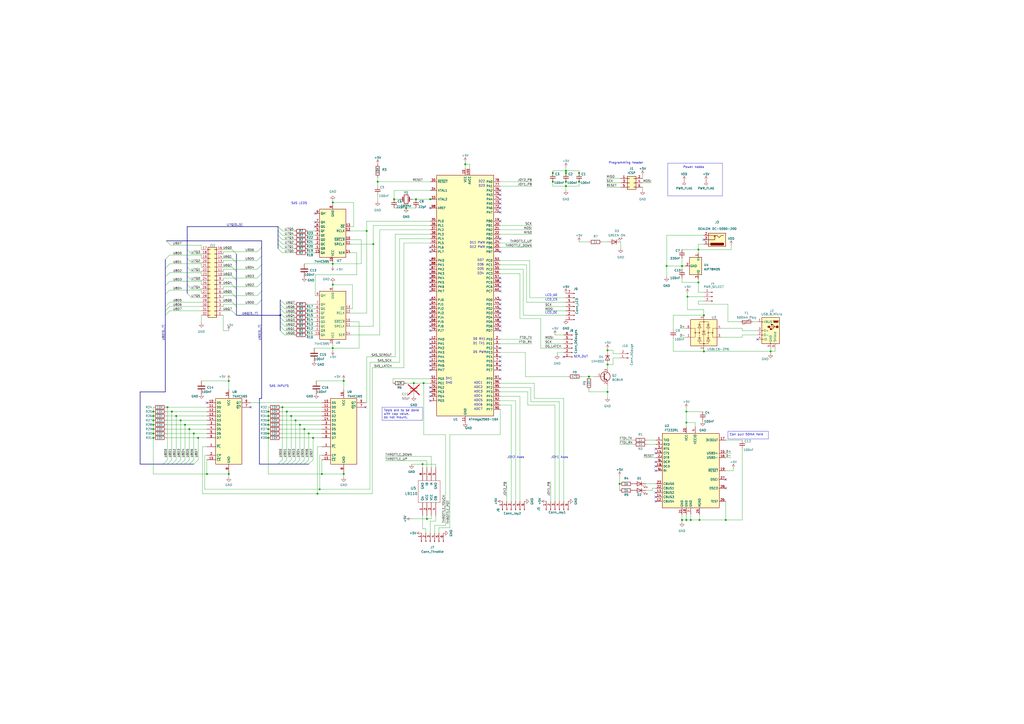
<source format=kicad_sch>
(kicad_sch (version 20230121) (generator eeschema)
  (paper "A2")
  (junction (at 359.41 280.67))
  (junction (at 155.575 248.92))
  (junction (at 352.425 211.455))
  (junction (at 181.61 254))
  (junction (at 171.45 243.84))
  (junction (at 398.145 245.11))
  (junction (at 155.575 246.38))
  (junction (at 99.695 238.76))
  (junction (at 395.605 154.305))
  (junction (at 219.075 105.41))
  (junction (at 408.305 182.88))
  (junction (at 112.395 251.46))
  (junction (at 395.605 301.625))
  (junction (at 335.915 105.41))
  (junction (at 398.145 238.76))
  (junction (at 398.145 301.625))
  (junction (at 193.04 165.1))
  (junction (at 88.9 248.92))
  (junction (at 341.63 218.44))
  (junction (at 155.575 238.76))
  (junction (at 132.715 274.955))
  (junction (at 447.04 203.835))
  (junction (at 400.685 301.625))
  (junction (at 328.295 105.41))
  (junction (at 386.715 154.305))
  (junction (at 193.04 153.035))
  (junction (at 245.745 222.25))
  (junction (at 155.575 251.46))
  (junction (at 184.15 286.385))
  (junction (at 107.315 246.38))
  (junction (at 408.305 203.835))
  (junction (at 155.575 241.3))
  (junction (at 352.425 227.33))
  (junction (at 199.39 220.98))
  (junction (at 120.015 274.955))
  (junction (at 320.675 100.33))
  (junction (at 155.575 243.84))
  (junction (at 162.56 182.88))
  (junction (at 97.155 236.22))
  (junction (at 335.915 100.33))
  (junction (at 405.13 163.83))
  (junction (at 228.6 115.57))
  (junction (at 241.3 115.57))
  (junction (at 176.53 248.92))
  (junction (at 398.78 172.085))
  (junction (at 104.775 243.84))
  (junction (at 88.9 254))
  (junction (at 405.13 144.78))
  (junction (at 328.295 100.33))
  (junction (at 328.295 99.06))
  (junction (at 193.04 117.475))
  (junction (at 179.07 251.46))
  (junction (at 320.675 105.41))
  (junction (at 328.295 107.95))
  (junction (at 212.725 133.985))
  (junction (at 185.42 283.845))
  (junction (at 193.04 201.93))
  (junction (at 216.535 141.605))
  (junction (at 199.39 274.955))
  (junction (at 132.715 220.98))
  (junction (at 102.235 241.3))
  (junction (at 421.005 301.625))
  (junction (at 186.69 274.955))
  (junction (at 405.765 301.625))
  (junction (at 168.91 241.3))
  (junction (at 155.575 254))
  (junction (at 88.9 246.38))
  (junction (at 240.03 222.25))
  (junction (at 163.83 236.22))
  (junction (at 114.935 254))
  (junction (at 88.9 251.46))
  (junction (at 269.875 95.25))
  (junction (at 173.99 246.38))
  (junction (at 88.9 241.3))
  (junction (at 245.11 269.24))
  (junction (at 88.9 243.84))
  (junction (at 166.37 238.76))
  (junction (at 352.425 203.2))
  (junction (at 88.9 238.76))
  (junction (at 247.65 300.99))
  (junction (at 235.585 120.65))
  (junction (at 109.855 248.92))
  (junction (at 249.555 115.57))
  (no_connect (at 421.005 283.21))
  (no_connect (at 290.195 176.53))
  (no_connect (at 290.195 186.69))
  (no_connect (at 249.555 201.93))
  (no_connect (at 249.555 191.77))
  (no_connect (at 290.195 191.77))
  (no_connect (at 249.555 189.23))
  (no_connect (at 249.555 153.67))
  (no_connect (at 249.555 186.69))
  (no_connect (at 249.555 207.01))
  (no_connect (at 249.555 204.47))
  (no_connect (at 290.195 113.03))
  (no_connect (at 249.555 224.79))
  (no_connect (at 290.195 146.05))
  (no_connect (at 182.88 123.825))
  (no_connect (at 249.555 173.99))
  (no_connect (at 290.195 110.49))
  (no_connect (at 249.555 199.39))
  (no_connect (at 290.195 118.11))
  (no_connect (at 249.555 143.51))
  (no_connect (at 380.365 260.35))
  (no_connect (at 249.555 181.61))
  (no_connect (at 380.365 273.05))
  (no_connect (at 380.365 267.97))
  (no_connect (at 290.195 189.23))
  (no_connect (at 249.555 158.75))
  (no_connect (at 290.195 184.15))
  (no_connect (at 290.195 173.99))
  (no_connect (at 290.195 179.07))
  (no_connect (at 249.555 166.37))
  (no_connect (at 249.555 209.55))
  (no_connect (at 380.365 262.89))
  (no_connect (at 249.555 163.83))
  (no_connect (at 290.195 207.01))
  (no_connect (at 290.195 181.61))
  (no_connect (at 439.42 196.85))
  (no_connect (at 145.415 236.22))
  (no_connect (at 290.195 168.91))
  (no_connect (at 249.555 151.13))
  (no_connect (at 380.365 290.83))
  (no_connect (at 290.195 123.19))
  (no_connect (at 290.195 161.29))
  (no_connect (at 249.555 184.15))
  (no_connect (at 182.88 128.905))
  (no_connect (at 249.555 227.33))
  (no_connect (at 290.195 163.83))
  (no_connect (at 380.365 288.29))
  (no_connect (at 249.555 196.85))
  (no_connect (at 249.555 229.87))
  (no_connect (at 290.195 166.37))
  (no_connect (at 380.365 270.51))
  (no_connect (at 249.555 161.29))
  (no_connect (at 290.195 115.57))
  (no_connect (at 249.555 176.53))
  (no_connect (at 290.195 219.71))
  (no_connect (at 249.555 214.63))
  (no_connect (at 290.195 209.55))
  (no_connect (at 182.88 131.445))
  (no_connect (at 249.555 156.21))
  (no_connect (at 290.195 120.65))
  (no_connect (at 380.365 285.75))
  (no_connect (at 249.555 146.05))
  (no_connect (at 290.195 128.27))
  (no_connect (at 212.09 236.22))
  (no_connect (at 249.555 232.41))
  (no_connect (at 249.555 168.91))
  (no_connect (at 249.555 120.65))
  (no_connect (at 421.005 278.13))
  (no_connect (at 120.015 233.68))
  (no_connect (at 327.025 207.01))
  (no_connect (at 290.195 214.63))
  (no_connect (at 290.195 138.43))
  (no_connect (at 290.195 201.93))
  (no_connect (at 290.195 212.09))
  (no_connect (at 249.555 212.09))
  (no_connect (at 408.305 139.065))
  (no_connect (at 249.555 179.07))
  (bus_entry (at 166.37 266.7) (size -2.54 2.54))
  (bus_entry (at 149.225 176.53) (size 2.54 -2.54))
  (bus_entry (at 163.83 266.7) (size -2.54 2.54))
  (bus_entry (at 162.56 184.15) (size 2.54 2.54))
  (bus_entry (at 108.585 160.02) (size 2.54 2.54))
  (bus_entry (at 162.56 181.61) (size 2.54 2.54))
  (bus_entry (at 99.06 142.24) (size -2.54 -2.54))
  (bus_entry (at 149.225 166.37) (size 2.54 -2.54))
  (bus_entry (at 98.425 163.195) (size -2.54 2.54))
  (bus_entry (at 134.62 149.86) (size 2.54 2.54))
  (bus_entry (at 162.56 186.69) (size 2.54 2.54))
  (bus_entry (at 98.425 158.115) (size -2.54 2.54))
  (bus_entry (at 161.29 141.605) (size 2.54 2.54))
  (bus_entry (at 161.29 136.525) (size 2.54 2.54))
  (bus_entry (at 134.62 144.78) (size 2.54 2.54))
  (bus_entry (at 134.62 170.18) (size 2.54 2.54))
  (bus_entry (at 112.395 269.24) (size 2.54 -2.54))
  (bus_entry (at 149.225 146.05) (size 2.54 -2.54))
  (bus_entry (at 98.425 153.035) (size -2.54 2.54))
  (bus_entry (at 107.315 269.24) (size 2.54 -2.54))
  (bus_entry (at 161.29 139.065) (size 2.54 2.54))
  (bus_entry (at 161.29 133.985) (size 2.54 2.54))
  (bus_entry (at 109.855 269.24) (size 2.54 -2.54))
  (bus_entry (at 98.425 147.955) (size -2.54 2.54))
  (bus_entry (at 102.235 269.24) (size 2.54 -2.54))
  (bus_entry (at 162.56 179.07) (size 2.54 2.54))
  (bus_entry (at 99.695 266.7) (size -2.54 2.54))
  (bus_entry (at 161.29 131.445) (size 2.54 2.54))
  (bus_entry (at 166.37 269.24) (size 2.54 -2.54))
  (bus_entry (at 162.56 191.77) (size 2.54 2.54))
  (bus_entry (at 134.62 154.94) (size 2.54 2.54))
  (bus_entry (at 108.585 149.86) (size 2.54 2.54))
  (bus_entry (at 149.225 171.45) (size 2.54 -2.54))
  (bus_entry (at 99.695 269.24) (size 2.54 -2.54))
  (bus_entry (at 134.62 180.34) (size 2.54 2.54))
  (bus_entry (at 179.07 269.24) (size 2.54 -2.54))
  (bus_entry (at 108.585 144.78) (size 2.54 2.54))
  (bus_entry (at 161.29 144.145) (size 2.54 2.54))
  (bus_entry (at 162.56 176.53) (size 2.54 2.54))
  (bus_entry (at 134.62 175.26) (size 2.54 2.54))
  (bus_entry (at 108.585 154.94) (size 2.54 2.54))
  (bus_entry (at 149.225 161.29) (size 2.54 -2.54))
  (bus_entry (at 108.585 165.1) (size 2.54 2.54))
  (bus_entry (at 162.56 173.99) (size 2.54 2.54))
  (bus_entry (at 134.62 165.1) (size 2.54 2.54))
  (bus_entry (at 98.425 175.26) (size -2.54 2.54))
  (bus_entry (at 149.225 151.13) (size 2.54 -2.54))
  (bus_entry (at 134.62 160.02) (size 2.54 2.54))
  (bus_entry (at 104.775 269.24) (size 2.54 -2.54))
  (bus_entry (at 97.155 266.7) (size -2.54 2.54))
  (bus_entry (at 108.585 170.18) (size 2.54 2.54))
  (bus_entry (at 168.91 269.24) (size 2.54 -2.54))
  (bus_entry (at 98.425 168.275) (size -2.54 2.54))
  (bus_entry (at 98.425 180.34) (size -2.54 2.54))
  (bus_entry (at 173.99 269.24) (size 2.54 -2.54))
  (bus_entry (at 176.53 269.24) (size 2.54 -2.54))
  (bus_entry (at 98.425 177.8) (size -2.54 2.54))
  (bus_entry (at 162.56 189.23) (size 2.54 2.54))
  (bus_entry (at 171.45 269.24) (size 2.54 -2.54))
  (bus_entry (at 149.225 156.21) (size 2.54 -2.54))
  (wire (pts (xy 129.54 176.53) (xy 149.225 176.53)))
  (bus (pts (xy 109.855 269.24) (xy 112.395 269.24)))
  (wire (pts (xy 204.47 179.07) (xy 204.47 165.1)))
  (wire (pts (xy 168.91 241.3) (xy 186.69 241.3)))
  (wire (pts (xy 96.52 251.46) (xy 112.395 251.46)))
  (wire (pts (xy 163.195 238.76) (xy 166.37 238.76)))
  (wire (pts (xy 290.195 143.51) (xy 308.61 143.51)))
  (wire (pts (xy 116.84 160.02) (xy 116.84 158.115)))
  (wire (pts (xy 254.635 306.07) (xy 254.635 309.245)))
  (wire (pts (xy 173.99 246.38) (xy 186.69 246.38)))
  (wire (pts (xy 316.23 196.85) (xy 327.025 196.85)))
  (wire (pts (xy 111.125 147.32) (xy 116.84 147.32)))
  (wire (pts (xy 109.855 248.92) (xy 109.855 266.7)))
  (wire (pts (xy 395.605 301.625) (xy 395.605 302.895)))
  (wire (pts (xy 249.555 130.81) (xy 216.535 130.81)))
  (wire (pts (xy 260.985 252.095) (xy 260.985 306.07)))
  (wire (pts (xy 203.2 131.445) (xy 205.105 131.445)))
  (wire (pts (xy 98.425 158.115) (xy 116.84 158.115)))
  (wire (pts (xy 212.725 207.01) (xy 212.725 233.68)))
  (wire (pts (xy 185.42 283.845) (xy 214.63 283.845)))
  (wire (pts (xy 178.435 179.07) (xy 182.88 179.07)))
  (wire (pts (xy 116.84 153.035) (xy 98.425 153.035)))
  (wire (pts (xy 181.61 254) (xy 181.61 266.7)))
  (wire (pts (xy 320.675 99.06) (xy 328.295 99.06)))
  (wire (pts (xy 355.6 207.645) (xy 355.6 211.455)))
  (bus (pts (xy 162.56 179.07) (xy 162.56 181.61)))
  (wire (pts (xy 231.775 210.185) (xy 231.775 138.43)))
  (wire (pts (xy 328.295 104.14) (xy 328.295 105.41)))
  (wire (pts (xy 422.275 176.53) (xy 422.275 186.69)))
  (wire (pts (xy 352.425 203.2) (xy 352.425 203.835)))
  (wire (pts (xy 114.935 254) (xy 114.935 266.7)))
  (wire (pts (xy 424.18 144.78) (xy 424.18 142.24)))
  (wire (pts (xy 430.53 191.77) (xy 430.53 190.5)))
  (wire (pts (xy 163.195 243.84) (xy 171.45 243.84)))
  (wire (pts (xy 390.525 203.835) (xy 408.305 203.835)))
  (wire (pts (xy 203.2 179.07) (xy 204.47 179.07)))
  (wire (pts (xy 395.605 154.305) (xy 397.51 154.305)))
  (wire (pts (xy 111.125 157.48) (xy 116.84 157.48)))
  (bus (pts (xy 104.775 269.24) (xy 107.315 269.24)))
  (wire (pts (xy 429.26 186.69) (xy 422.275 186.69)))
  (bus (pts (xy 162.56 186.69) (xy 162.56 189.23)))
  (bus (pts (xy 108.585 131.445) (xy 108.585 144.78)))
  (wire (pts (xy 117.475 286.385) (xy 184.15 286.385)))
  (wire (pts (xy 132.715 191.77) (xy 129.54 191.77)))
  (bus (pts (xy 137.16 162.56) (xy 137.16 167.64)))
  (wire (pts (xy 290.195 204.47) (xy 304.8 204.47)))
  (wire (pts (xy 203.2 139.065) (xy 209.55 139.065)))
  (wire (pts (xy 176.53 248.92) (xy 176.53 266.7)))
  (wire (pts (xy 155.575 241.3) (xy 155.575 243.84)))
  (wire (pts (xy 258.445 252.095) (xy 258.445 304.8)))
  (wire (pts (xy 129.54 146.05) (xy 149.225 146.05)))
  (wire (pts (xy 212.725 233.68) (xy 212.09 233.68)))
  (bus (pts (xy 162.56 189.23) (xy 162.56 191.77)))
  (bus (pts (xy 151.765 153.67) (xy 151.765 158.75)))
  (wire (pts (xy 252.095 304.8) (xy 258.445 304.8)))
  (wire (pts (xy 395.605 301.625) (xy 395.605 298.45)))
  (bus (pts (xy 99.695 269.24) (xy 102.235 269.24)))
  (wire (pts (xy 88.9 254) (xy 88.9 274.955)))
  (wire (pts (xy 324.485 233.045) (xy 324.485 290.83)))
  (bus (pts (xy 176.53 269.24) (xy 179.07 269.24)))
  (bus (pts (xy 102.235 269.24) (xy 104.775 269.24)))
  (wire (pts (xy 405.13 141.605) (xy 405.13 144.78)))
  (wire (pts (xy 163.83 141.605) (xy 170.815 141.605)))
  (bus (pts (xy 94.615 269.24) (xy 97.155 269.24)))
  (wire (pts (xy 111.125 172.72) (xy 116.84 172.72)))
  (bus (pts (xy 163.83 269.24) (xy 166.37 269.24)))
  (wire (pts (xy 116.84 163.195) (xy 98.425 163.195)))
  (wire (pts (xy 309.88 222.25) (xy 309.88 231.14)))
  (wire (pts (xy 252.73 302.26) (xy 249.555 302.26)))
  (wire (pts (xy 313.69 201.93) (xy 327.025 201.93)))
  (wire (pts (xy 316.23 180.34) (xy 328.295 180.34)))
  (wire (pts (xy 323.215 205.74) (xy 323.215 204.47)))
  (wire (pts (xy 129.54 151.13) (xy 149.225 151.13)))
  (wire (pts (xy 155.575 248.92) (xy 155.575 251.46)))
  (wire (pts (xy 386.715 136.525) (xy 408.305 136.525)))
  (wire (pts (xy 111.125 167.64) (xy 116.84 167.64)))
  (wire (pts (xy 178.435 146.685) (xy 182.88 146.685)))
  (wire (pts (xy 96.52 241.3) (xy 102.235 241.3)))
  (wire (pts (xy 112.395 251.46) (xy 112.395 266.7)))
  (wire (pts (xy 386.715 136.525) (xy 386.715 154.305)))
  (wire (pts (xy 235.585 222.25) (xy 240.03 222.25)))
  (wire (pts (xy 234.315 140.97) (xy 249.555 140.97)))
  (wire (pts (xy 405.13 176.53) (xy 405.13 174.625)))
  (wire (pts (xy 212.725 128.27) (xy 212.725 133.985)))
  (wire (pts (xy 163.195 251.46) (xy 179.07 251.46)))
  (wire (pts (xy 422.275 176.53) (xy 405.13 176.53)))
  (wire (pts (xy 400.685 301.625) (xy 400.685 298.45)))
  (wire (pts (xy 129.54 171.45) (xy 149.225 171.45)))
  (wire (pts (xy 250.19 300.99) (xy 247.65 300.99)))
  (wire (pts (xy 199.39 274.955) (xy 199.39 276.86)))
  (wire (pts (xy 321.945 194.31) (xy 327.025 194.31)))
  (wire (pts (xy 290.195 140.97) (xy 308.61 140.97)))
  (wire (pts (xy 163.83 133.985) (xy 170.815 133.985)))
  (wire (pts (xy 349.25 140.335) (xy 352.425 140.335)))
  (wire (pts (xy 290.195 252.095) (xy 290.195 237.49)))
  (wire (pts (xy 88.9 238.76) (xy 88.9 241.3)))
  (wire (pts (xy 372.745 108.585) (xy 372.745 110.49)))
  (wire (pts (xy 145.415 233.68) (xy 186.69 233.68)))
  (wire (pts (xy 129.54 180.34) (xy 134.62 180.34)))
  (bus (pts (xy 161.29 131.445) (xy 108.585 131.445)))
  (bus (pts (xy 173.99 269.24) (xy 176.53 269.24)))
  (bus (pts (xy 95.885 150.495) (xy 95.885 155.575)))
  (wire (pts (xy 178.435 186.69) (xy 182.88 186.69)))
  (wire (pts (xy 398.145 236.855) (xy 398.145 238.76)))
  (wire (pts (xy 386.715 154.305) (xy 386.715 160.655)))
  (wire (pts (xy 359.41 280.67) (xy 359.41 284.48)))
  (wire (pts (xy 395.605 163.83) (xy 405.13 163.83)))
  (bus (pts (xy 161.29 131.445) (xy 161.29 133.985)))
  (wire (pts (xy 173.99 246.38) (xy 173.99 266.7)))
  (wire (pts (xy 405.13 163.83) (xy 405.13 169.545)))
  (wire (pts (xy 305.435 175.26) (xy 328.295 175.26)))
  (wire (pts (xy 178.435 136.525) (xy 182.88 136.525)))
  (wire (pts (xy 199.39 274.32) (xy 199.39 274.955)))
  (wire (pts (xy 219.075 105.41) (xy 249.555 105.41)))
  (wire (pts (xy 374.65 280.67) (xy 380.365 280.67)))
  (wire (pts (xy 207.01 159.385) (xy 207.01 146.685)))
  (wire (pts (xy 260.985 306.07) (xy 254.635 306.07)))
  (wire (pts (xy 320.675 100.33) (xy 320.675 99.06)))
  (wire (pts (xy 116.84 182.88) (xy 116.84 187.325)))
  (wire (pts (xy 301.625 158.75) (xy 301.625 184.785)))
  (wire (pts (xy 96.52 236.22) (xy 97.155 236.22)))
  (wire (pts (xy 215.9 213.36) (xy 234.315 213.36)))
  (wire (pts (xy 335.915 100.965) (xy 335.915 100.33)))
  (bus (pts (xy 162.56 176.53) (xy 162.56 179.07)))
  (wire (pts (xy 375.285 255.27) (xy 380.365 255.27)))
  (bus (pts (xy 151.765 231.14) (xy 150.495 231.14)))
  (wire (pts (xy 309.88 231.14) (xy 327.025 231.14)))
  (wire (pts (xy 102.235 241.3) (xy 102.235 266.7)))
  (wire (pts (xy 216.535 189.23) (xy 203.2 189.23)))
  (wire (pts (xy 216.535 141.605) (xy 216.535 189.23)))
  (wire (pts (xy 129.54 191.77) (xy 129.54 182.88)))
  (wire (pts (xy 306.07 234.95) (xy 321.945 234.95)))
  (wire (pts (xy 238.76 269.24) (xy 245.11 269.24)))
  (wire (pts (xy 205.105 131.445) (xy 205.105 117.475)))
  (wire (pts (xy 296.545 234.95) (xy 296.545 290.83)))
  (wire (pts (xy 116.84 149.86) (xy 116.84 147.955)))
  (wire (pts (xy 398.145 301.625) (xy 400.685 301.625)))
  (bus (pts (xy 161.29 139.065) (xy 161.29 141.605)))
  (bus (pts (xy 161.29 269.24) (xy 163.83 269.24)))
  (wire (pts (xy 320.675 100.965) (xy 320.675 100.33)))
  (wire (pts (xy 129.54 177.8) (xy 129.54 176.53)))
  (bus (pts (xy 95.885 180.34) (xy 95.885 182.88)))
  (wire (pts (xy 208.28 201.93) (xy 193.04 201.93)))
  (wire (pts (xy 447.04 201.93) (xy 447.04 203.835)))
  (wire (pts (xy 183.515 220.98) (xy 199.39 220.98)))
  (wire (pts (xy 203.2 186.69) (xy 208.28 186.69)))
  (bus (pts (xy 108.585 144.78) (xy 108.585 149.86)))
  (wire (pts (xy 193.04 118.745) (xy 193.04 117.475)))
  (wire (pts (xy 328.295 107.95) (xy 328.295 110.49)))
  (wire (pts (xy 178.435 194.31) (xy 182.88 194.31)))
  (wire (pts (xy 199.39 220.345) (xy 199.39 220.98)))
  (wire (pts (xy 234.315 213.36) (xy 234.315 140.97)))
  (wire (pts (xy 228.6 110.49) (xy 228.6 115.57)))
  (wire (pts (xy 203.2 141.605) (xy 216.535 141.605)))
  (wire (pts (xy 96.52 248.92) (xy 109.855 248.92)))
  (wire (pts (xy 352.425 203.2) (xy 355.6 203.2)))
  (wire (pts (xy 165.1 184.15) (xy 170.815 184.15)))
  (wire (pts (xy 178.435 139.065) (xy 182.88 139.065)))
  (wire (pts (xy 335.915 140.335) (xy 341.63 140.335)))
  (wire (pts (xy 352.425 223.52) (xy 352.425 227.33)))
  (wire (pts (xy 305.435 153.67) (xy 290.195 153.67)))
  (wire (pts (xy 132.715 220.345) (xy 132.715 220.98)))
  (wire (pts (xy 341.63 227.33) (xy 352.425 227.33)))
  (wire (pts (xy 96.52 243.84) (xy 104.775 243.84)))
  (wire (pts (xy 290.195 133.35) (xy 308.61 133.35)))
  (wire (pts (xy 398.78 172.085) (xy 398.78 179.705)))
  (wire (pts (xy 116.84 220.98) (xy 132.715 220.98)))
  (wire (pts (xy 228.6 115.57) (xy 231.775 115.57)))
  (wire (pts (xy 96.52 254) (xy 114.935 254)))
  (wire (pts (xy 193.04 166.37) (xy 193.04 165.1)))
  (wire (pts (xy 132.715 274.955) (xy 132.715 276.86)))
  (wire (pts (xy 118.745 283.845) (xy 185.42 283.845)))
  (wire (pts (xy 335.915 100.33) (xy 335.915 99.06)))
  (wire (pts (xy 313.69 184.785) (xy 313.69 201.93)))
  (wire (pts (xy 215.9 213.36) (xy 215.9 286.385)))
  (wire (pts (xy 219.075 102.87) (xy 219.075 105.41)))
  (wire (pts (xy 299.085 232.41) (xy 299.085 290.83)))
  (wire (pts (xy 335.915 99.06) (xy 328.295 99.06)))
  (wire (pts (xy 88.9 251.46) (xy 88.9 254)))
  (bus (pts (xy 151.765 143.51) (xy 151.765 148.59)))
  (bus (pts (xy 162.56 181.61) (xy 162.56 182.88)))
  (bus (pts (xy 137.16 147.32) (xy 137.16 152.4)))
  (wire (pts (xy 245.745 252.095) (xy 258.445 252.095)))
  (wire (pts (xy 193.04 154.305) (xy 193.04 153.035)))
  (wire (pts (xy 249.555 133.35) (xy 220.345 133.35)))
  (wire (pts (xy 321.945 234.95) (xy 321.945 290.83)))
  (wire (pts (xy 104.775 243.84) (xy 120.015 243.84)))
  (wire (pts (xy 351.79 103.505) (xy 360.045 103.505)))
  (wire (pts (xy 290.195 224.79) (xy 307.975 224.79)))
  (wire (pts (xy 186.69 274.955) (xy 199.39 274.955)))
  (wire (pts (xy 107.315 246.38) (xy 107.315 266.7)))
  (wire (pts (xy 245.745 222.25) (xy 249.555 222.25)))
  (wire (pts (xy 129.54 166.37) (xy 149.225 166.37)))
  (wire (pts (xy 208.28 186.69) (xy 208.28 201.93)))
  (bus (pts (xy 95.885 227.33) (xy 81.28 227.33)))
  (wire (pts (xy 223.52 264.795) (xy 250.19 264.795)))
  (wire (pts (xy 449.58 201.93) (xy 449.58 203.835)))
  (wire (pts (xy 212.725 207.01) (xy 229.235 207.01)))
  (wire (pts (xy 421.005 290.83) (xy 421.005 301.625)))
  (wire (pts (xy 214.63 210.185) (xy 214.63 283.845)))
  (wire (pts (xy 294.005 279.4) (xy 294.005 290.83)))
  (wire (pts (xy 407.67 243.84) (xy 407.67 244.475)))
  (wire (pts (xy 394.335 195.58) (xy 398.145 195.58)))
  (wire (pts (xy 378.46 283.21) (xy 380.365 283.21)))
  (wire (pts (xy 165.1 191.77) (xy 170.815 191.77)))
  (wire (pts (xy 398.145 238.76) (xy 398.145 245.11)))
  (wire (pts (xy 395.605 161.29) (xy 395.605 163.83)))
  (bus (pts (xy 161.29 141.605) (xy 161.29 144.145)))
  (wire (pts (xy 166.37 238.76) (xy 166.37 266.7)))
  (wire (pts (xy 176.53 153.035) (xy 193.04 153.035)))
  (wire (pts (xy 229.235 135.89) (xy 229.235 207.01)))
  (wire (pts (xy 328.295 97.155) (xy 328.295 99.06)))
  (wire (pts (xy 107.315 246.38) (xy 120.015 246.38)))
  (wire (pts (xy 129.54 161.29) (xy 149.225 161.29)))
  (wire (pts (xy 341.63 226.06) (xy 341.63 227.33)))
  (wire (pts (xy 405.13 144.78) (xy 405.13 146.685)))
  (wire (pts (xy 163.83 144.145) (xy 170.815 144.145)))
  (bus (pts (xy 108.585 165.1) (xy 108.585 170.18)))
  (wire (pts (xy 193.04 203.2) (xy 193.04 201.93)))
  (wire (pts (xy 165.1 186.69) (xy 170.815 186.69)))
  (wire (pts (xy 120.015 266.7) (xy 120.015 274.955)))
  (wire (pts (xy 328.295 99.06) (xy 328.295 100.33)))
  (wire (pts (xy 307.34 172.72) (xy 328.295 172.72)))
  (wire (pts (xy 394.335 190.5) (xy 398.145 190.5)))
  (wire (pts (xy 116.84 147.955) (xy 98.425 147.955)))
  (wire (pts (xy 178.435 141.605) (xy 182.88 141.605)))
  (wire (pts (xy 163.83 136.525) (xy 170.815 136.525)))
  (bus (pts (xy 81.28 269.24) (xy 94.615 269.24)))
  (bus (pts (xy 95.885 177.8) (xy 95.885 180.34)))
  (wire (pts (xy 375.285 257.81) (xy 380.365 257.81)))
  (wire (pts (xy 97.155 236.22) (xy 120.015 236.22)))
  (wire (pts (xy 178.435 144.145) (xy 182.88 144.145)))
  (wire (pts (xy 212.725 181.61) (xy 212.725 133.985)))
  (wire (pts (xy 111.125 152.4) (xy 116.84 152.4)))
  (wire (pts (xy 212.725 133.985) (xy 203.2 133.985)))
  (wire (pts (xy 178.435 184.15) (xy 182.88 184.15)))
  (bus (pts (xy 161.29 133.985) (xy 161.29 136.525)))
  (wire (pts (xy 112.395 251.46) (xy 120.015 251.46)))
  (wire (pts (xy 132.715 274.32) (xy 132.715 274.955)))
  (wire (pts (xy 129.54 175.26) (xy 134.62 175.26)))
  (wire (pts (xy 398.78 179.705) (xy 408.305 179.705)))
  (wire (pts (xy 250.825 115.57) (xy 249.555 115.57)))
  (wire (pts (xy 129.54 160.02) (xy 134.62 160.02)))
  (wire (pts (xy 185.42 264.16) (xy 185.42 283.845)))
  (wire (pts (xy 252.73 299.085) (xy 252.73 302.26)))
  (wire (pts (xy 193.04 165.1) (xy 193.04 163.83)))
  (wire (pts (xy 111.125 162.56) (xy 116.84 162.56)))
  (wire (pts (xy 290.195 227.33) (xy 306.07 227.33)))
  (wire (pts (xy 163.83 236.22) (xy 163.83 266.7)))
  (wire (pts (xy 290.195 229.87) (xy 301.625 229.87)))
  (wire (pts (xy 129.54 157.48) (xy 129.54 156.21)))
  (wire (pts (xy 359.41 255.27) (xy 367.665 255.27)))
  (wire (pts (xy 184.15 286.385) (xy 215.9 286.385)))
  (wire (pts (xy 155.575 243.84) (xy 155.575 246.38)))
  (wire (pts (xy 102.235 241.3) (xy 120.015 241.3)))
  (bus (pts (xy 108.585 160.02) (xy 108.585 165.1)))
  (wire (pts (xy 163.195 254) (xy 181.61 254)))
  (wire (pts (xy 163.195 246.38) (xy 173.99 246.38)))
  (bus (pts (xy 137.16 157.48) (xy 137.16 162.56)))
  (bus (pts (xy 96.52 139.7) (xy 151.765 139.7)))
  (bus (pts (xy 81.28 227.33) (xy 81.28 269.24)))
  (wire (pts (xy 405.13 144.78) (xy 424.18 144.78)))
  (wire (pts (xy 398.145 238.76) (xy 407.67 238.76)))
  (wire (pts (xy 290.195 232.41) (xy 299.085 232.41)))
  (wire (pts (xy 155.575 236.22) (xy 155.575 238.76)))
  (wire (pts (xy 307.975 233.045) (xy 324.485 233.045)))
  (wire (pts (xy 337.185 218.44) (xy 341.63 218.44)))
  (wire (pts (xy 323.215 204.47) (xy 327.025 204.47)))
  (bus (pts (xy 137.16 177.8) (xy 137.16 182.88)))
  (wire (pts (xy 88.9 241.3) (xy 88.9 243.84)))
  (wire (pts (xy 171.45 243.84) (xy 186.69 243.84)))
  (wire (pts (xy 307.975 224.79) (xy 307.975 233.045)))
  (wire (pts (xy 155.575 238.76) (xy 155.575 241.3)))
  (bus (pts (xy 168.91 269.24) (xy 171.45 269.24)))
  (wire (pts (xy 304.8 204.47) (xy 304.8 218.44)))
  (bus (pts (xy 151.765 168.91) (xy 151.765 173.99)))
  (wire (pts (xy 405.13 174.625) (xy 408.305 174.625)))
  (wire (pts (xy 449.58 203.835) (xy 447.04 203.835)))
  (wire (pts (xy 447.04 203.835) (xy 447.04 205.105)))
  (wire (pts (xy 430.53 260.35) (xy 430.53 301.625)))
  (wire (pts (xy 301.625 229.87) (xy 301.625 290.83)))
  (wire (pts (xy 240.03 222.25) (xy 245.745 222.25)))
  (wire (pts (xy 405.765 301.625) (xy 405.765 298.45)))
  (wire (pts (xy 352.425 211.455) (xy 355.6 211.455)))
  (wire (pts (xy 186.69 264.16) (xy 185.42 264.16)))
  (wire (pts (xy 341.63 218.44) (xy 344.805 218.44)))
  (wire (pts (xy 398.78 172.085) (xy 398.78 170.18)))
  (wire (pts (xy 186.69 266.7) (xy 186.69 274.955)))
  (wire (pts (xy 252.73 269.24) (xy 252.73 271.145)))
  (wire (pts (xy 193.04 199.39) (xy 193.04 201.93)))
  (wire (pts (xy 184.15 259.08) (xy 184.15 286.385)))
  (wire (pts (xy 355.6 205.105) (xy 355.6 203.2)))
  (bus (pts (xy 162.56 173.99) (xy 162.56 176.53)))
  (wire (pts (xy 290.195 222.25) (xy 309.88 222.25)))
  (wire (pts (xy 228.6 120.65) (xy 235.585 120.65)))
  (wire (pts (xy 398.145 245.11) (xy 398.145 247.65)))
  (wire (pts (xy 241.3 115.57) (xy 249.555 115.57)))
  (wire (pts (xy 352.425 227.33) (xy 352.425 230.505)))
  (wire (pts (xy 114.935 254) (xy 120.015 254)))
  (wire (pts (xy 165.1 179.07) (xy 170.815 179.07)))
  (wire (pts (xy 227.965 219.71) (xy 249.555 219.71)))
  (bus (pts (xy 151.765 148.59) (xy 151.765 153.67)))
  (bus (pts (xy 162.56 184.15) (xy 162.56 186.69)))
  (wire (pts (xy 220.345 194.31) (xy 203.2 194.31)))
  (wire (pts (xy 129.54 156.21) (xy 149.225 156.21)))
  (bus (pts (xy 95.885 160.655) (xy 95.885 165.735)))
  (wire (pts (xy 405.13 169.545) (xy 408.305 169.545)))
  (wire (pts (xy 327.025 231.14) (xy 327.025 290.83)))
  (wire (pts (xy 320.675 104.14) (xy 320.675 105.41)))
  (bus (pts (xy 171.45 269.24) (xy 173.99 269.24)))
  (bus (pts (xy 150.495 269.24) (xy 161.29 269.24)))
  (wire (pts (xy 165.1 181.61) (xy 170.815 181.61)))
  (wire (pts (xy 227.965 222.25) (xy 227.965 219.71)))
  (bus (pts (xy 137.16 152.4) (xy 137.16 157.48)))
  (wire (pts (xy 269.875 93.98) (xy 269.875 95.25)))
  (wire (pts (xy 214.63 210.185) (xy 231.775 210.185)))
  (wire (pts (xy 436.88 186.69) (xy 439.42 186.69)))
  (wire (pts (xy 272.415 95.25) (xy 272.415 97.79)))
  (bus (pts (xy 95.885 170.815) (xy 95.885 177.8)))
  (wire (pts (xy 99.695 238.76) (xy 99.695 266.7)))
  (wire (pts (xy 88.9 243.84) (xy 88.9 246.38)))
  (wire (pts (xy 181.61 254) (xy 186.69 254)))
  (wire (pts (xy 351.79 108.585) (xy 360.045 108.585)))
  (wire (pts (xy 430.53 195.58) (xy 418.465 195.58)))
  (wire (pts (xy 245.11 299.085) (xy 245.11 306.705)))
  (bus (pts (xy 95.885 155.575) (xy 95.885 160.655)))
  (wire (pts (xy 231.775 138.43) (xy 249.555 138.43)))
  (wire (pts (xy 98.425 175.26) (xy 116.84 175.26)))
  (wire (pts (xy 405.765 301.625) (xy 421.005 301.625)))
  (wire (pts (xy 88.9 236.22) (xy 88.9 238.76)))
  (wire (pts (xy 386.715 154.305) (xy 395.605 154.305)))
  (wire (pts (xy 120.015 274.955) (xy 132.715 274.955)))
  (bus (pts (xy 151.765 139.7) (xy 151.765 143.51)))
  (wire (pts (xy 290.195 199.39) (xy 308.61 199.39)))
  (wire (pts (xy 249.555 135.89) (xy 229.235 135.89)))
  (wire (pts (xy 372.745 101.6) (xy 372.745 103.505)))
  (wire (pts (xy 129.54 167.64) (xy 129.54 166.37)))
  (wire (pts (xy 249.555 302.26) (xy 249.555 309.245)))
  (wire (pts (xy 104.775 243.84) (xy 104.775 266.7)))
  (wire (pts (xy 351.79 106.045) (xy 360.045 106.045)))
  (wire (pts (xy 163.83 236.22) (xy 186.69 236.22)))
  (wire (pts (xy 220.345 133.35) (xy 220.345 194.31)))
  (wire (pts (xy 421.005 255.27) (xy 430.53 255.27)))
  (wire (pts (xy 395.605 149.86) (xy 395.605 154.305)))
  (wire (pts (xy 178.435 189.23) (xy 182.88 189.23)))
  (wire (pts (xy 290.195 130.81) (xy 308.61 130.81)))
  (bus (pts (xy 137.16 167.64) (xy 137.16 172.72)))
  (bus (pts (xy 95.885 182.88) (xy 95.885 227.33)))
  (wire (pts (xy 178.435 181.61) (xy 182.88 181.61)))
  (wire (pts (xy 252.095 304.8) (xy 252.095 309.245)))
  (wire (pts (xy 303.53 182.88) (xy 303.53 156.21)))
  (wire (pts (xy 290.195 196.85) (xy 308.61 196.85)))
  (wire (pts (xy 319.405 279.4) (xy 319.405 290.83)))
  (wire (pts (xy 155.575 254) (xy 155.575 274.955)))
  (wire (pts (xy 199.39 220.98) (xy 199.39 226.06)))
  (wire (pts (xy 359.41 207.645) (xy 355.6 207.645)))
  (wire (pts (xy 403.225 245.11) (xy 403.225 247.65)))
  (wire (pts (xy 99.695 238.76) (xy 120.015 238.76)))
  (wire (pts (xy 116.84 154.94) (xy 116.84 153.035)))
  (wire (pts (xy 335.915 104.14) (xy 335.915 105.41)))
  (wire (pts (xy 129.54 172.72) (xy 129.54 171.45)))
  (wire (pts (xy 290.195 135.89) (xy 308.61 135.89)))
  (bus (pts (xy 151.765 158.75) (xy 151.765 163.83)))
  (bus (pts (xy 107.315 269.24) (xy 109.855 269.24)))
  (wire (pts (xy 129.54 162.56) (xy 129.54 161.29)))
  (wire (pts (xy 209.55 139.065) (xy 209.55 153.035)))
  (wire (pts (xy 228.6 110.49) (xy 249.555 110.49)))
  (wire (pts (xy 163.195 241.3) (xy 168.91 241.3)))
  (wire (pts (xy 193.04 153.035) (xy 193.04 151.765)))
  (wire (pts (xy 116.84 144.78) (xy 116.84 142.24)))
  (wire (pts (xy 335.915 105.41) (xy 335.915 107.95)))
  (wire (pts (xy 129.54 165.1) (xy 134.62 165.1)))
  (wire (pts (xy 223.52 267.335) (xy 247.65 267.335)))
  (wire (pts (xy 98.425 180.34) (xy 116.84 180.34)))
  (wire (pts (xy 116.84 165.1) (xy 116.84 163.195)))
  (wire (pts (xy 408.305 179.705) (xy 408.305 182.88)))
  (wire (pts (xy 439.42 191.77) (xy 430.53 191.77)))
  (wire (pts (xy 359.41 205.105) (xy 355.6 205.105)))
  (wire (pts (xy 245.11 306.705) (xy 247.015 306.705)))
  (wire (pts (xy 168.91 241.3) (xy 168.91 266.7)))
  (wire (pts (xy 307.34 172.72) (xy 307.34 151.13)))
  (wire (pts (xy 359.41 276.225) (xy 359.41 280.67)))
  (bus (pts (xy 161.29 136.525) (xy 161.29 139.065)))
  (wire (pts (xy 155.575 274.955) (xy 186.69 274.955)))
  (wire (pts (xy 408.305 172.085) (xy 398.78 172.085)))
  (wire (pts (xy 439.42 194.31) (xy 430.53 194.31)))
  (wire (pts (xy 129.54 152.4) (xy 129.54 151.13)))
  (bus (pts (xy 137.16 172.72) (xy 137.16 177.8)))
  (wire (pts (xy 165.1 189.23) (xy 170.815 189.23)))
  (wire (pts (xy 193.04 117.475) (xy 193.04 116.205)))
  (wire (pts (xy 425.45 273.05) (xy 425.45 271.78)))
  (wire (pts (xy 328.295 105.41) (xy 328.295 107.95)))
  (wire (pts (xy 96.52 246.38) (xy 107.315 246.38)))
  (wire (pts (xy 182.245 201.93) (xy 193.04 201.93)))
  (wire (pts (xy 120.015 264.16) (xy 118.745 264.16)))
  (wire (pts (xy 305.435 175.26) (xy 305.435 153.67)))
  (wire (pts (xy 390.525 196.215) (xy 390.525 203.835)))
  (wire (pts (xy 408.305 203.835) (xy 447.04 203.835)))
  (wire (pts (xy 373.38 265.43) (xy 380.365 265.43)))
  (wire (pts (xy 163.195 236.22) (xy 163.83 236.22)))
  (wire (pts (xy 163.83 139.065) (xy 170.815 139.065)))
  (wire (pts (xy 96.52 238.76) (xy 99.695 238.76)))
  (wire (pts (xy 165.1 176.53) (xy 170.815 176.53)))
  (wire (pts (xy 204.47 165.1) (xy 193.04 165.1)))
  (wire (pts (xy 134.62 149.86) (xy 129.54 149.86)))
  (wire (pts (xy 88.9 246.38) (xy 88.9 248.92)))
  (wire (pts (xy 352.425 202.565) (xy 352.425 203.2)))
  (wire (pts (xy 97.155 236.22) (xy 97.155 266.7)))
  (wire (pts (xy 235.585 120.65) (xy 241.3 120.65)))
  (wire (pts (xy 250.19 264.795) (xy 250.19 271.145)))
  (wire (pts (xy 306.07 227.33) (xy 306.07 234.95)))
  (wire (pts (xy 247.65 299.085) (xy 247.65 300.99)))
  (wire (pts (xy 320.675 107.95) (xy 328.295 107.95)))
  (wire (pts (xy 290.195 234.95) (xy 296.545 234.95)))
  (wire (pts (xy 269.875 95.25) (xy 269.875 97.79)))
  (wire (pts (xy 316.23 177.8) (xy 328.295 177.8)))
  (wire (pts (xy 320.675 105.41) (xy 320.675 107.95)))
  (bus (pts (xy 151.765 173.99) (xy 151.765 231.14)))
  (wire (pts (xy 390.525 191.135) (xy 390.525 182.88)))
  (wire (pts (xy 239.395 115.57) (xy 241.3 115.57)))
  (wire (pts (xy 179.07 251.46) (xy 179.07 266.7)))
  (wire (pts (xy 219.075 105.41) (xy 219.075 107.95)))
  (wire (pts (xy 216.535 130.81) (xy 216.535 141.605)))
  (wire (pts (xy 120.015 259.08) (xy 117.475 259.08)))
  (wire (pts (xy 203.2 181.61) (xy 212.725 181.61)))
  (wire (pts (xy 178.435 176.53) (xy 182.88 176.53)))
  (wire (pts (xy 205.105 117.475) (xy 193.04 117.475)))
  (wire (pts (xy 247.65 267.335) (xy 247.65 271.145)))
  (wire (pts (xy 430.53 190.5) (xy 418.465 190.5)))
  (wire (pts (xy 301.625 184.785) (xy 313.69 184.785)))
  (wire (pts (xy 116.84 170.18) (xy 116.84 168.275)))
  (wire (pts (xy 360.045 140.335) (xy 360.045 144.145)))
  (wire (pts (xy 245.745 252.095) (xy 245.745 222.25)))
  (wire (pts (xy 372.745 106.045) (xy 377.825 106.045)))
  (wire (pts (xy 116.84 142.24) (xy 99.06 142.24)))
  (wire (pts (xy 304.8 218.44) (xy 329.565 218.44)))
  (wire (pts (xy 163.83 146.685) (xy 170.815 146.685)))
  (wire (pts (xy 163.195 248.92) (xy 176.53 248.92)))
  (wire (pts (xy 176.53 248.92) (xy 186.69 248.92)))
  (wire (pts (xy 179.07 251.46) (xy 186.69 251.46)))
  (wire (pts (xy 245.11 269.24) (xy 245.11 271.145)))
  (wire (pts (xy 398.145 301.625) (xy 398.145 298.45)))
  (wire (pts (xy 238.76 300.99) (xy 247.65 300.99)))
  (wire (pts (xy 118.745 264.16) (xy 118.745 283.845)))
  (wire (pts (xy 129.54 144.78) (xy 134.62 144.78)))
  (wire (pts (xy 155.575 246.38) (xy 155.575 248.92)))
  (bus (pts (xy 108.585 149.86) (xy 108.585 154.94)))
  (bus (pts (xy 166.37 269.24) (xy 168.91 269.24)))
  (wire (pts (xy 421.005 301.625) (xy 430.53 301.625)))
  (wire (pts (xy 290.195 105.41) (xy 308.61 105.41)))
  (bus (pts (xy 162.56 182.88) (xy 162.56 184.15)))
  (wire (pts (xy 166.37 238.76) (xy 186.69 238.76)))
  (wire (pts (xy 247.015 306.705) (xy 247.015 309.245)))
  (wire (pts (xy 129.54 154.94) (xy 134.62 154.94)))
  (wire (pts (xy 171.45 243.84) (xy 171.45 266.7)))
  (bus (pts (xy 150.495 231.14) (xy 150.495 269.24)))
  (wire (pts (xy 272.415 95.25) (xy 269.875 95.25)))
  (wire (pts (xy 290.195 158.75) (xy 301.625 158.75)))
  (wire (pts (xy 88.9 248.92) (xy 88.9 251.46)))
  (wire (pts (xy 249.555 128.27) (xy 212.725 128.27)))
  (wire (pts (xy 109.855 248.92) (xy 120.015 248.92)))
  (wire (pts (xy 398.145 245.11) (xy 403.225 245.11)))
  (bus (pts (xy 95.885 165.735) (xy 95.885 170.815)))
  (wire (pts (xy 155.575 251.46) (xy 155.575 254)))
  (wire (pts (xy 182.88 171.45) (xy 182.88 159.385)))
  (wire (pts (xy 352.425 211.455) (xy 352.425 213.36)))
  (wire (pts (xy 290.195 107.95) (xy 308.61 107.95)))
  (wire (pts (xy 98.425 177.8) (xy 116.84 177.8)))
  (wire (pts (xy 395.605 301.625) (xy 398.145 301.625)))
  (bus (pts (xy 151.765 163.83) (xy 151.765 168.91)))
  (wire (pts (xy 421.005 265.43) (xy 424.18 265.43)))
  (wire (pts (xy 307.34 151.13) (xy 290.195 151.13)))
  (wire (pts (xy 378.46 284.48) (xy 378.46 283.21)))
  (wire (pts (xy 245.11 269.24) (xy 252.73 269.24)))
  (wire (pts (xy 250.19 299.085) (xy 250.19 300.99)))
  (wire (pts (xy 421.005 273.05) (xy 425.45 273.05)))
  (wire (pts (xy 186.69 259.08) (xy 184.15 259.08)))
  (wire (pts (xy 405.13 161.925) (xy 405.13 163.83)))
  (wire (pts (xy 316.23 199.39) (xy 327.025 199.39)))
  (wire (pts (xy 328.295 100.965) (xy 328.295 100.33)))
  (wire (pts (xy 182.88 159.385) (xy 207.01 159.385)))
  (wire (pts (xy 165.1 194.31) (xy 170.815 194.31)))
  (bus (pts (xy 108.585 154.94) (xy 108.585 160.02)))
  (wire (pts (xy 178.435 191.77) (xy 182.88 191.77)))
  (wire (pts (xy 209.55 153.035) (xy 193.04 153.035)))
  (wire (pts (xy 405.13 141.605) (xy 408.305 141.605)))
  (wire (pts (xy 219.075 113.03) (xy 219.075 116.84)))
  (wire (pts (xy 88.9 274.955) (xy 120.015 274.955)))
  (wire (pts (xy 303.53 156.21) (xy 290.195 156.21)))
  (wire (pts (xy 129.54 147.32) (xy 129.54 146.05)))
  (wire (pts (xy 129.54 170.18) (xy 134.62 170.18)))
  (wire (pts (xy 117.475 259.08) (xy 117.475 286.385)))
  (wire (pts (xy 303.53 182.88) (xy 328.295 182.88)))
  (wire (pts (xy 116.84 168.275) (xy 98.425 168.275)))
  (wire (pts (xy 395.605 154.305) (xy 395.605 156.21)))
  (wire (pts (xy 178.435 133.985) (xy 182.88 133.985)))
  (bus (pts (xy 137.16 182.88) (xy 162.56 182.88)))
  (wire (pts (xy 421.005 262.89) (xy 424.18 262.89)))
  (wire (pts (xy 390.525 182.88) (xy 408.305 182.88)))
  (wire (pts (xy 408.305 203.2) (xy 408.305 203.835)))
  (wire (pts (xy 260.985 252.095) (xy 290.195 252.095)))
  (wire (pts (xy 374.65 284.48) (xy 378.46 284.48)))
  (wire (pts (xy 328.295 107.95) (xy 335.915 107.95)))
  (wire (pts (xy 430.53 194.31) (xy 430.53 195.58)))
  (wire (pts (xy 359.41 257.81) (xy 367.665 257.81)))
  (wire (pts (xy 132.715 220.98) (xy 132.715 226.06)))
  (wire (pts (xy 400.685 301.625) (xy 405.765 301.625)))
  (wire (pts (xy 395.605 144.78) (xy 405.13 144.78)))
  (wire (pts (xy 207.01 146.685) (xy 203.2 146.685)))
  (bus (pts (xy 97.155 269.24) (xy 99.695 269.24)))
  (rectangle (start 387.35 94.615) (end 419.1 113.665))
  (text_box "Tests are to be done\nwith cap value.\ndo not mount." (at 221.615 236.22 0) (size 23.495 7.62) (effects (font (size 1.27 1.27)) (justify left top)))
  (text_box "Can pull 50mA here" (at 422.275 250.19 0) (size 23.495 4.445) (effects (font (size 1.27 1.27)) (justify left top)))
  (text "ADC3" (at 274.955 227.965 0) (effects (font (size 1.27 1.27)) (justify left bottom)))
  (text "D37" (at 276.86 151.765 0) (effects (font (size 1.27 1.27)) (justify left bottom)))
  (text "SAS INPUTS" (at 156.21 224.79 0) (effects (font (size 1.27 1.27)) (justify left bottom)))
  (text "D36" (at 276.86 154.305 0) (effects (font (size 1.27 1.27)) (justify left bottom)))
  (text "ADC6" (at 274.955 235.585 0) (effects (font (size 1.27 1.27)) (justify left bottom)))
  (text "D0 RX1" (at 274.32 197.485 0) (effects (font (size 1.27 1.27)) (justify left bottom)))
  (text "LCD_A0" (at 316.23 172.085 0) (effects (font (size 1.27 1.27)) (justify left bottom)))
  (text "D12 PWM\n" (at 272.415 144.145 0) (effects (font (size 1.27 1.27)) (justify left bottom)))
  (text "D35" (at 276.86 156.845 0) (effects (font (size 1.27 1.27)) (justify left bottom)))
  (text "D34" (at 276.86 159.385 0) (effects (font (size 1.27 1.27)) (justify left bottom)))
  (text "D22" (at 277.495 106.045 0) (effects (font (size 1.27 1.27)) (justify left bottom)))
  (text "ADC2" (at 274.955 225.425 0) (effects (font (size 1.27 1.27)) (justify left bottom)))
  (text "ADC7" (at 274.955 238.125 0) (effects (font (size 1.27 1.27)) (justify left bottom)))
  (text "SER_OUT" (at 332.74 207.645 0) (effects (font (size 1.27 1.27)) (justify left bottom)))
  (text "ADC4" (at 274.955 230.505 0) (effects (font (size 1.27 1.27)) (justify left bottom)))
  (text "ADC5" (at 274.955 233.045 0) (effects (font (size 1.27 1.27)) (justify left bottom)))
  (text "LCD_CS" (at 316.23 174.625 0) (effects (font (size 1.27 1.27)) (justify left bottom)))
  (text "D40" (at 258.445 222.885 0) (effects (font (size 1.27 1.27)) (justify left bottom)))
  (text "Programming header" (at 353.06 95.25 0) (effects (font (size 1.27 1.27)) (justify left bottom)))
  (text "D1 TX1" (at 274.32 200.025 0) (effects (font (size 1.27 1.27)) (justify left bottom)))
  (text "D23" (at 277.495 108.585 0) (effects (font (size 1.27 1.27)) (justify left bottom)))
  (text "D11 PWM\n" (at 272.415 141.605 0) (effects (font (size 1.27 1.27)) (justify left bottom)))
  (text "D41" (at 258.445 220.345 0) (effects (font (size 1.27 1.27)) (justify left bottom)))
  (text "JOY2 Axes" (at 304.165 266.065 0) (effects (font (size 1.27 1.27)) (justify right bottom)))
  (text "SAS LEDS" (at 168.91 118.745 0) (effects (font (size 1.27 1.27)) (justify left bottom)))
  (text "LCD_OE" (at 316.23 182.245 0) (effects (font (size 1.27 1.27)) (justify left bottom)))
  (text "Power nodes" (at 396.24 97.79 0) (effects (font (size 1.27 1.27)) (justify left bottom)))
  (text "D5 PWM" (at 274.32 205.105 0) (effects (font (size 1.27 1.27)) (justify left bottom)))
  (text "JOY1 Axes" (at 329.565 266.065 0) (effects (font (size 1.27 1.27)) (justify right bottom)))
  (text "ADC1" (at 274.955 222.885 0) (effects (font (size 1.27 1.27)) (justify left bottom)))
  (label "U6Q1" (at 134.62 149.86 180))
  (label "U7Q[0..5]" (at 131.445 131.445 0))
  (label "RESET" (at 239.395 105.41 0))
  (label "MISO" (at 351.79 103.505 0))
  (label "U8D1" (at 100.33 153.035 0))
  (label "U9D5" (at 176.53 265.43 90))
  (label "U6Q5" (at 165.735 181.61 0))
  (label "THROTTLE_TOUCH" (at 258.445 287.02 270))
  (label "JOY2_PB" (at 294.005 279.4 270))
  (label "U8D1" (at 99.695 265.43 90))
  (label "U8D7" (at 100.33 180.34 0))
  (label "U7Q0" (at 165.1 146.685 0))
  (label "THROTTLE_UP" (at 223.52 267.335 0))
  (label "SAS_SCK" (at 227.33 210.185 180))
  (label "U9D2" (at 168.91 265.43 90))
  (label "SAS_LATCH" (at 227.33 213.36 180))
  (label "U8D[0..7]" (at 95.885 197.485 90))
  (label "U7Q1" (at 116.205 157.48 180))
  (label "U7Q4" (at 116.205 167.64 180))
  (label "U6Q7" (at 165.735 176.53 0))
  (label "SCK" (at 351.79 106.045 0))
  (label "SCK" (at 308.61 130.81 180))
  (label "U6Q0" (at 134.62 144.78 180))
  (label "U6Q[0..7]" (at 140.335 182.88 0))
  (label "RESET" (at 373.38 265.43 0))
  (label "U9D3" (at 171.45 265.43 90))
  (label "JOY1_PB" (at 308.61 107.95 180))
  (label "U8D0" (at 100.33 147.955 0))
  (label "FTDI_TX" (at 308.61 196.85 180))
  (label "U7Q2" (at 165.1 141.605 0))
  (label "FTDI_RX" (at 308.61 199.39 180))
  (label "U9D6" (at 142.24 146.05 0))
  (label "FTDI_RX" (at 359.41 257.81 0))
  (label "RESET" (at 351.79 108.585 0))
  (label "U7Q2" (at 116.205 152.4 180))
  (label "U8D5" (at 100.33 175.26 0))
  (label "U9D6" (at 179.07 265.43 90))
  (label "U9D7" (at 181.61 265.43 90))
  (label "U8D5" (at 109.855 265.43 90))
  (label "U7Q0" (at 116.205 162.56 180))
  (label "MOSI" (at 377.825 106.045 180))
  (label "U6Q7" (at 134.62 180.34 180))
  (label "U6Q1" (at 165.735 191.77 0))
  (label "THROTTLE_DOWN" (at 223.52 264.795 0))
  (label "U9D7" (at 105.41 142.24 180))
  (label "U9D3" (at 142.24 161.29 0))
  (label "U6Q3" (at 165.735 186.69 0))
  (label "U9D1" (at 142.24 171.45 0))
  (label "MISO" (at 308.61 135.89 180))
  (label "U6Q2" (at 165.735 189.23 0))
  (label "U8D4" (at 107.315 265.43 90))
  (label "U8D2" (at 102.235 265.43 90))
  (label "U9D2" (at 142.24 166.37 0))
  (label "U6Q4" (at 134.62 165.1 180))
  (label "U8D3" (at 104.775 265.43 90))
  (label "D-" (at 394.335 195.58 0))
  (label "MOSI" (at 316.23 196.85 0))
  (label "U8D6" (at 100.33 177.8 0))
  (label "U6Q6" (at 134.62 175.26 180))
  (label "SAS_SEROUT" (at 227.33 207.01 180))
  (label "U9D1" (at 166.37 265.43 90))
  (label "U8D4" (at 100.33 168.275 0))
  (label "U6Q2" (at 134.62 154.94 180))
  (label "U6Q3" (at 134.62 160.02 180))
  (label "U7Q1" (at 165.1 144.145 0))
  (label "U6Q6" (at 165.735 179.07 0))
  (label "U9D0" (at 163.83 265.43 90))
  (label "FTDI_TX" (at 359.41 255.27 0))
  (label "U7Q5" (at 165.1 133.985 0))
  (label "SCK" (at 316.23 177.8 0))
  (label "SCK" (at 316.23 199.39 0))
  (label "D-" (at 424.18 265.43 180))
  (label "U7Q5" (at 116.205 172.72 180))
  (label "U9D4" (at 142.24 156.21 0))
  (label "U9D[0..7]" (at 151.765 197.485 90))
  (label "DG_LATCH" (at 316.23 201.93 0))
  (label "U9D4" (at 173.99 265.43 90))
  (label "THROTTLE_DOWN" (at 308.61 143.51 180))
  (label "U7Q4" (at 165.1 136.525 0))
  (label "MOSI" (at 308.61 133.35 180))
  (label "U8D3" (at 100.33 163.195 0))
  (label "MOSI" (at 316.23 180.34 0))
  (label "U8D7" (at 114.935 265.43 90))
  (label "U7Q3" (at 165.1 139.065 0))
  (label "JOY2_PB" (at 308.61 105.41 180))
  (label "U9D0" (at 142.24 176.53 0))
  (label "U7Q3" (at 116.205 147.32 180))
  (label "U8D0" (at 97.155 265.43 90))
  (label "D+" (at 394.335 190.5 0))
  (label "U8D2" (at 100.33 158.115 0))
  (label "THROTTLE_UP" (at 308.61 140.97 180))
  (label "U6Q4" (at 165.735 184.15 0))
  (label "D+" (at 424.18 262.89 180))
  (label "U8D6" (at 112.395 265.43 90))
  (label "U9D5" (at 142.24 151.13 0))
  (label "JOY1_PB" (at 319.405 279.4 270))
  (label "THROTTLE_POT" (at 260.985 290.195 270))
  (label "U6Q5" (at 134.62 170.18 180))
  (label "U6Q0" (at 165.735 194.31 0))
  (symbol (lib_id "power:GND") (at 235.585 120.65 0) (unit 1)
    (property "Reference" "#PWR015" (effects hide))
    (property "Value" "GND" (at 235.585 125.73 0))
  )
  (symbol (lib_id "Connector_Generic:Conn_02x16_Counter_Clockwise") (at 124.46 165.1 180) (unit 1)
    (property "Reference" "J11" (at 123.19 142.24 0))
    (property "Value" "Conn_SAS" (effects hide))
    (property "Footprint" "Connector_JST:JST_PHD_B32B-PHDSS_2x16_P2.00mm_Vertical" (effects hide))
    (property "lcsc" "C1121898" (effects hide))
  )
  (symbol (lib_id "Device:R") (at 174.625 139.065 90) (unit 1)
    (property "Reference" "R21" (at 179.705 140.335 90))
    (property "Value" "R?" (at 174.625 139.065 90))
    (property "Footprint" "Resistor_SMD:R_0603_1608Metric" (effects hide))
  )
  (symbol (lib_id "power:VDD") (at 424.18 142.24 0) (unit 1)
    (property "Reference" "#PWR011" (effects hide))
    (property "Value" "VDD" (at 424.18 138.43 0))
  )
  (symbol (lib_id "power:+5V") (at 409.575 104.775 0) (unit 1)
    (property "Reference" "#PWR020" (effects hide))
    (property "Value" "+5V" (at 409.575 100.965 0))
  )
  (symbol (lib_id "74xx:74HC595") (at 193.04 136.525 180) (unit 1)
    (property "Reference" "U7" (at 198.12 151.13 0) (effects (justify left)))
    (property "Value" "74HC595" (at 191.0206 151.765 0) (effects (justify left)))
    (property "Footprint" "Package_DIP:DIP-16_W7.62mm" (effects hide))
    (property "Datasheet" "http://www.ti.com/lit/ds/symlink/sn74hc595.pdf" (effects hide))
  )
  (symbol (lib_id "power:GND") (at 116.84 228.6 0) (unit 1)
    (property "Reference" "#PWR042" (effects hide))
    (property "Value" "GND" (at 113.03 229.87 0))
  )
  (symbol (lib_id "Device:C_Small") (at 320.675 102.87 0) (unit 1)
    (property "Reference" "C3" (at 321.945 100.965 0) (effects (justify left)))
    (property "Value" "100nF" (at 321.31 106.045 0) (effects (justify left)))
    (property "Footprint" "Capacitor_SMD:C_0603_1608Metric" (effects hide))
    (property "lcsc" "C30926" (effects hide))
  )
  (symbol (lib_id "Device:C_Small") (at 430.53 257.81 0) (unit 1)
    (property "Reference" "C12" (at 431.8 255.905 0) (effects (justify left)))
    (property "Value" "100nF" (at 431.165 260.985 0) (effects (justify left)))
    (property "Footprint" "Capacitor_SMD:C_0603_1608Metric" (effects hide))
    (property "lcsc" "C30926" (effects hide))
  )
  (symbol (lib_id "power:GND") (at 176.53 160.655 0) (unit 1)
    (property "Reference" "#PWR044" (effects hide))
    (property "Value" "GND" (at 180.34 162.56 0))
  )
  (symbol (lib_id "power:PWR_FLAG") (at 409.575 104.775 180) (unit 1)
    (property "Reference" "#FLG01" (effects hide))
    (property "Value" "PWR_FLAG" (at 409.575 109.22 0))
  )
  (symbol (lib_id "Device:R") (at 371.475 255.27 270) (unit 1)
    (property "Reference" "R1" (at 370.205 252.095 90) (effects (justify left)))
    (property "Value" "1k" (at 370.205 255.27 90) (effects (justify left)))
    (property "Footprint" "Resistor_SMD:R_0603_1608Metric" (effects hide))
    (property "lcsc" "C21190" (effects hide))
  )
  (symbol (lib_id "Device:Crystal") (at 235.585 115.57 0) (unit 1)
    (property "Reference" "Y1" (at 235.585 111.76 0))
    (property "Value" "16Mhz" (at 235.585 119.38 0))
    (property "Footprint" "Crystal:Crystal_SMD_5032-2Pin_5.0x3.2mm" (effects hide))
    (property "lcsc" "C112572" (effects hide))
  )
  (symbol (lib_id "power:+5V") (at 372.745 101.6 0) (unit 1)
    (property "Reference" "#PWR01" (effects hide))
    (property "Value" "+5V" (at 372.745 97.79 0))
  )
  (symbol (lib_id "74xx:74HC165") (at 132.715 248.92 0) (unit 1)
    (property "Reference" "U8" (at 134.6709 227.33 0) (effects (justify left)))
    (property "Value" "74HC165" (at 134.6709 229.87 0) (effects (justify left)))
    (property "Footprint" "Package_DIP:DIP-16_W7.62mm" (effects hide))
    (property "Datasheet" "https://assets.nexperia.com/documents/data-sheet/74HC_HCT165.pdf" (effects hide))
  )
  (symbol (lib_id "Device:R") (at 92.71 241.3 270) (unit 1)
    (property "Reference" "R26" (at 86.36 241.3 90))
    (property "Value" "10K" (at 92.71 241.3 90))
    (property "Footprint" "Resistor_SMD:R_0603_1608Metric" (effects hide))
  )
  (symbol (lib_id "Device:R") (at 174.625 146.685 90) (unit 1)
    (property "Reference" "R18" (at 179.705 147.955 90))
    (property "Value" "R?" (at 174.625 146.685 90))
    (property "Footprint" "Resistor_SMD:R_0603_1608Metric" (effects hide))
  )
  (symbol (lib_id "Connector:USB_B_Micro") (at 447.04 191.77 0) (mirror y) (unit 1)
    (property "Reference" "J2" (at 447.675 180.34 0))
    (property "Value" "USB_B_Micro" (at 447.675 182.245 0))
    (property "Footprint" "Connector_USB:USB_Micro-B_Molex-105017-0001" (effects hide))
    (property "Datasheet" "https://datasheet.lcsc.com/lcsc/2012021511_Shenzhen-Kinghelm-Elec-KH-MICRO5P-JN_C962222.pdf" (effects hide))
    (property "lcsc" "C962222" (effects hide))
  )
  (symbol (lib_id "Device:R") (at 159.385 251.46 270) (unit 1)
    (property "Reference" "R38" (at 153.035 251.46 90))
    (property "Value" "10K" (at 159.385 251.46 90))
    (property "Footprint" "Resistor_SMD:R_0603_1608Metric" (effects hide))
  )
  (symbol (lib_id "Device:R") (at 159.385 246.38 270) (unit 1)
    (property "Reference" "R36" (at 153.035 246.38 90))
    (property "Value" "10K" (at 159.385 246.38 90))
    (property "Footprint" "Resistor_SMD:R_0603_1608Metric" (effects hide))
  )
  (symbol (lib_id "Device:R") (at 159.385 238.76 270) (unit 1)
    (property "Reference" "R33" (at 153.035 238.76 90))
    (property "Value" "10K" (at 159.385 238.76 90))
    (property "Footprint" "Resistor_SMD:R_0603_1608Metric" (effects hide))
  )
  (symbol (lib_id "power:GND") (at 238.76 269.24 0) (unit 1)
    (property "Reference" "#PWR028" (effects hide))
    (property "Value" "GND" (at 238.76 273.685 0))
  )
  (symbol (lib_id "Device:R") (at 159.385 236.22 270) (unit 1)
    (property "Reference" "R32" (at 153.035 236.22 90))
    (property "Value" "10K" (at 159.385 236.22 90))
    (property "Footprint" "Resistor_SMD:R_0603_1608Metric" (effects hide))
  )
  (symbol (lib_id "power:+5V") (at 425.45 271.78 0) (unit 1)
    (property "Reference" "#PWR017" (effects hide))
    (property "Value" "+5V" (at 425.45 267.97 0))
  )
  (symbol (lib_id "power:+5V") (at 132.715 220.345 0) (unit 1)
    (property "Reference" "#PWR043" (effects hide))
    (property "Value" "+5V" (at 128.905 218.44 0))
  )
  (symbol (lib_id "Device:R") (at 371.475 257.81 270) (unit 1)
    (property "Reference" "R2" (at 370.205 260.35 90) (effects (justify left)))
    (property "Value" "1k" (at 370.205 257.81 90) (effects (justify left)))
    (property "Footprint" "Resistor_SMD:R_0603_1608Metric" (effects hide))
    (property "lcsc" "C21190" (effects hide))
  )
  (symbol (lib_id "power:+5V") (at 321.945 194.31 0) (unit 1)
    (property "Reference" "#PWR023" (effects hide))
    (property "Value" "+5V" (at 321.945 190.5 0))
  )
  (symbol (lib_id "power:+5V") (at 398.78 170.18 0) (unit 1)
    (property "Reference" "#PWR010" (effects hide))
    (property "Value" "+5V" (at 398.78 166.37 0))
  )
  (symbol (lib_id "Device:R") (at 174.625 186.69 90) (unit 1)
    (property "Reference" "R13" (at 179.705 187.96 90))
    (property "Value" "R?" (at 174.625 186.69 90))
    (property "Footprint" "Resistor_SMD:R_0603_1608Metric" (effects hide))
  )
  (symbol (lib_id "Connector:Conn_01x02_Pin") (at 364.49 207.645 180) (unit 1)
    (property "Reference" "J10" (at 360.68 200.66 0) (effects (justify right)))
    (property "Value" "Conn_AGauge" (at 366.395 212.09 90) (effects (justify right)))
    (property "Footprint" "Connector_JST:JST_PH_B2B-PH-K_1x02_P2.00mm_Vertical" (effects hide))
  )
  (symbol (lib_id "Device:R") (at 159.385 248.92 270) (unit 1)
    (property "Reference" "R37" (at 153.035 248.92 90))
    (property "Value" "10K" (at 159.385 248.92 90))
    (property "Footprint" "Resistor_SMD:R_0603_1608Metric" (effects hide))
  )
  (symbol (lib_id "Connector:Conn_01x03_Pin") (at 413.385 172.085 0) (mirror y) (unit 1)
    (property "Reference" "J4" (at 413.385 164.465 0))
    (property "Value" "PWR_SELECT" (at 414.02 166.37 0))
    (property "Footprint" "Connector_PinHeader_2.54mm:PinHeader_1x03_P2.54mm_Vertical" (effects hide))
  )
  (symbol (lib_id "Device:R") (at 92.71 251.46 270) (unit 1)
    (property "Reference" "R30" (at 86.36 251.46 90))
    (property "Value" "10K" (at 92.71 251.46 90))
    (property "Footprint" "Resistor_SMD:R_0603_1608Metric" (effects hide))
  )
  (symbol (lib_id "Diode:1N4002") (at 352.425 207.645 270) (unit 1)
    (property "Reference" "D4" (at 347.345 207.01 90) (effects (justify left)))
    (property "Value" "1N4002" (at 342.9 209.55 90) (effects (justify left)))
    (property "Footprint" "Diode_SMD:D_SOD-123F" (effects hide))
    (property "Datasheet" "https://datasheet.lcsc.com/lcsc/1810091230_Shandong-Jingdao-Microelectronics-1N4002W_C169542.pdf" (effects hide))
    (property "lcsc" "C169542" (effects hide))
  )
  (symbol (lib_id "power:GND") (at 386.715 160.655 0) (unit 1)
    (property "Reference" "#PWR018" (effects hide))
    (property "Value" "GND" (at 386.715 165.735 0))
  )
  (symbol (lib_id "Device:R") (at 159.385 241.3 270) (unit 1)
    (property "Reference" "R34" (at 153.035 241.3 90))
    (property "Value" "10K" (at 159.385 241.3 90))
    (property "Footprint" "Resistor_SMD:R_0603_1608Metric" (effects hide))
  )
  (symbol (lib_id "power:PWR_FLAG") (at 396.875 104.775 180) (unit 1)
    (property "Reference" "#FLG02" (effects hide))
    (property "Value" "PWR_FLAG" (at 396.875 109.22 0))
  )
  (symbol (lib_id "Transistor_BJT:BC849") (at 349.885 218.44 0) (unit 1)
    (property "Reference" "Q2" (at 354.965 217.805 0) (effects (justify left)))
    (property "Value" "BC849" (at 354.965 220.345 0) (effects (justify left)))
    (property "Footprint" "Package_TO_SOT_SMD:SOT-23" (effects hide))
    (property "Datasheet" "http://www.infineon.com/dgdl/Infineon-BC847SERIES_BC848SERIES_BC849SERIES_BC850SERIES-DS-v01_01-en.pdf?fileId=db3a304314dca389011541d4630a1657" (effects hide))
    (property "lcsc" "C475633" (effects hide))
  )
  (symbol (lib_id "power:+5V") (at 193.04 203.2 180) (unit 1)
    (property "Reference" "#PWR040" (effects hide))
    (property "Value" "+5V" (at 193.04 207.01 0))
  )
  (symbol (lib_id "power:+5V") (at 199.39 220.345 0) (unit 1)
    (property "Reference" "#PWR050" (effects hide))
    (property "Value" "+5V" (at 195.58 218.44 0))
  )
  (symbol (lib_id "power:GND") (at 407.67 244.475 0) (unit 1)
    (property "Reference" "#PWR016" (effects hide))
    (property "Value" "GND" (at 407.67 249.555 0))
  )
  (symbol (lib_id "74xx:74HC595") (at 193.04 184.15 180) (unit 1)
    (property "Reference" "U6" (at 197.485 198.755 0) (effects (justify left)))
    (property "Value" "74HC595" (at 191.0206 199.39 0) (effects (justify left)))
    (property "Footprint" "Package_DIP:DIP-16_W7.62mm" (effects hide))
    (property "Datasheet" "http://www.ti.com/lit/ds/symlink/sn74hc595.pdf" (effects hide))
  )
  (symbol (lib_id "Device:C") (at 176.53 156.845 0) (unit 1)
    (property "Reference" "C13" (at 179.705 156.845 0) (effects (justify left)))
    (property "Value" "100nF" (at 176.53 159.385 0) (effects (justify left)))
    (property "Footprint" "Capacitor_SMD:C_0603_1608Metric" (effects hide))
  )
  (symbol (lib_id "power:+5V") (at 352.425 202.565 0) (unit 1)
    (property "Reference" "#PWR037" (effects hide))
    (property "Value" "+5V" (at 352.425 198.755 0))
  )
  (symbol (lib_id "Device:R") (at 219.075 99.06 0) (unit 1)
    (property "Reference" "R3" (at 221.615 98.425 0) (effects (justify left)))
    (property "Value" "10K" (at 219.075 100.965 90) (effects (justify left)))
    (property "Footprint" "Resistor_SMD:R_0603_1608Metric" (effects hide))
    (property "lcsc" "C25804" (effects hide))
  )
  (symbol (lib_id "l9110_lib:L9110") (at 248.92 285.115 90) (unit 1)
    (property "Reference" "U5" (at 238.125 283.21 90) (effects (font (size 1.524 1.524)) (justify right)))
    (property "Value" "L9110" (at 234.95 286.385 90) (effects (font (size 1.524 1.524)) (justify right)))
    (property "Footprint" "Package_DIP:DIP-8_W7.62mm_Socket" (effects hide))
    (property "Datasheet" "https://cdn-shop.adafruit.com/product-files/4489/4489_datasheet-l9110.pdf" (effects hide))
  )
  (symbol (lib_id "power:GND") (at 132.715 276.86 0) (unit 1)
    (property "Reference" "#PWR046" (effects hide))
    (property "Value" "GND" (at 132.715 281.305 0))
  )
  (symbol (lib_id "Device:C") (at 116.84 224.79 0) (unit 1)
    (property "Reference" "C14" (at 120.015 224.79 0) (effects (justify left)))
    (property "Value" "100nF" (at 116.84 227.33 0) (effects (justify left)))
    (property "Footprint" "Capacitor_SMD:C_0603_1608Metric" (effects hide))
  )
  (symbol (lib_id "Device:R") (at 174.625 179.07 90) (unit 1)
    (property "Reference" "R16" (at 179.705 180.34 90))
    (property "Value" "R?" (at 174.625 179.07 90))
    (property "Footprint" "Resistor_SMD:R_0603_1608Metric" (effects hide))
  )
  (symbol (lib_id "Device:C") (at 240.03 226.06 0) (unit 1) (dnp yes)
    (property "Reference" "C11" (at 233.045 228.6 0) (effects (justify left)))
    (property "Value" "50pF" (at 233.045 231.14 0) (effects (justify left)))
    (property "Footprint" "Capacitor_SMD:C_0603_1608Metric" (effects hide))
  )
  (symbol (lib_id "Device:C_Small") (at 228.6 118.11 0) (unit 1)
    (property "Reference" "C6" (at 230.505 116.84 0) (effects (justify left)))
    (property "Value" "22pF" (at 229.87 120.015 0) (effects (justify left)))
    (property "Footprint" "Capacitor_SMD:C_0603_1608Metric" (effects hide))
    (property "lcsc" "C105620" (effects hide))
  )
  (symbol (lib_id "power:GND") (at 328.295 185.42 0) (unit 1)
    (property "Reference" "#PWR031" (effects hide))
    (property "Value" "GND" (at 328.295 190.5 0))
  )
  (symbol (lib_id "Device:C") (at 183.515 224.79 0) (unit 1)
    (property "Reference" "C16" (at 186.69 224.79 0) (effects (justify left)))
    (property "Value" "100nF" (at 183.515 227.33 0) (effects (justify left)))
    (property "Footprint" "Capacitor_SMD:C_0603_1608Metric" (effects hide))
  )
  (symbol (lib_id "Device:C_Small") (at 407.67 241.3 0) (unit 1)
    (property "Reference" "C4" (at 408.94 239.395 0) (effects (justify left)))
    (property "Value" "100nF" (at 408.305 244.475 0) (effects (justify left)))
    (property "Footprint" "Capacitor_SMD:C_0603_1608Metric" (effects hide))
    (property "lcsc" "C30926" (effects hide))
  )
  (symbol (lib_id "Device:C_Small") (at 390.525 193.675 0) (unit 1)
    (property "Reference" "C9" (at 391.795 191.77 0) (effects (justify left)))
    (property "Value" "100nF" (at 391.16 196.85 0) (effects (justify left)))
    (property "Footprint" "Capacitor_SMD:C_0603_1608Metric" (effects hide))
    (property "lcsc" "C30926" (effects hide))
  )
  (symbol (lib_id "Device:R") (at 174.625 136.525 90) (unit 1)
    (property "Reference" "R22" (at 179.705 137.795 90))
    (property "Value" "R?" (at 174.625 136.525 90))
    (property "Footprint" "Resistor_SMD:R_0603_1608Metric" (effects hide))
  )
  (symbol (lib_id "Device:R") (at 92.71 248.92 270) (unit 1)
    (property "Reference" "R29" (at 86.36 248.92 90))
    (property "Value" "10K" (at 92.71 248.92 90))
    (property "Footprint" "Resistor_SMD:R_0603_1608Metric" (effects hide))
  )
  (symbol (lib_id "Device:R") (at 159.385 243.84 270) (unit 1)
    (property "Reference" "R35" (at 153.035 243.84 90))
    (property "Value" "10K" (at 159.385 243.84 90))
    (property "Footprint" "Resistor_SMD:R_0603_1608Metric" (effects hide))
  )
  (symbol (lib_id "power:GND") (at 395.605 302.895 0) (unit 1)
    (property "Reference" "#PWR04" (effects hide))
    (property "Value" "GND" (at 395.605 307.975 0))
  )
  (symbol (lib_id "MCU_Microchip_ATmega:ATmega2560-16A") (at 269.875 171.45 0) (unit 1)
    (property "Reference" "U1" (at 262.89 243.205 0) (effects (justify left)))
    (property "Value" "ATmega2560-16A" (at 271.78 243.205 0) (effects (justify left)))
    (property "Footprint" "Package_QFP:TQFP-100_14x14mm_P0.5mm" (effects hide))
    (property "Datasheet" "http://ww1.microchip.com/downloads/en/DeviceDoc/Atmel-2549-8-bit-AVR-Microcontroller-ATmega640-1280-1281-2560-2561_datasheet.pdf" (effects hide))
    (property "lcsc" "C22460" (effects hide))
  )
  (symbol (lib_id "power:GND") (at 257.175 309.245 90) (unit 1)
    (property "Reference" "#PWR027" (effects hide))
    (property "Value" "GND" (at 261.62 309.245 0))
  )
  (symbol (lib_id "power:GND") (at 329.565 290.83 90) (unit 1)
    (property "Reference" "#PWR021" (effects hide))
    (property "Value" "GND" (at 334.01 290.83 0))
  )
  (symbol (lib_id "power:GND") (at 240.03 229.87 0) (unit 1)
    (property "Reference" "#PWR033" (effects hide))
    (property "Value" "GND" (at 240.03 234.95 0))
  )
  (symbol (lib_id "Device:C_Small") (at 335.915 102.87 0) (unit 1)
    (property "Reference" "C1" (at 337.185 100.965 0) (effects (justify left)))
    (property "Value" "100nF" (at 336.55 106.045 0) (effects (justify left)))
    (property "Footprint" "Capacitor_SMD:C_0603_1608Metric" (effects hide))
    (property "lcsc" "C30926" (effects hide))
  )
  (symbol (lib_id "power:+5V") (at 238.76 300.99 90) (unit 1)
    (property "Reference" "#PWR032" (effects hide))
    (property "Value" "+5V" (at 234.95 300.99 0))
  )
  (symbol (lib_id "power:+5V") (at 335.915 140.335 0) (unit 1)
    (property "Reference" "#PWR034" (effects hide))
    (property "Value" "+5V" (at 335.915 136.525 0))
  )
  (symbol (lib_id "power:GND") (at 219.075 116.84 0) (unit 1)
    (property "Reference" "#PWR012" (effects hide))
    (property "Value" "GND" (at 219.075 121.92 0))
  )
  (symbol (lib_id "Device:LED") (at 370.84 284.48 0) (mirror y) (unit 1)
    (property "Reference" "D2" (at 370.84 287.02 0))
    (property "Value" "LED" (effects hide))
    (property "Footprint" "LED_SMD:LED_1206_3216Metric" (effects hide))
  )
  (symbol (lib_id "Connector:Conn_01x06_Pin") (at 249.555 314.325 90) (unit 1)
    (property "Reference" "J7" (at 250.825 317.5 90))
    (property "Value" "Conn_Throttle" (at 250.825 320.04 90))
    (property "Footprint" "Connector_JST:JST_PH_B6B-PH-K_1x06_P2.00mm_Vertical" (effects hide))
  )
  (symbol (lib_id "Device:LED") (at 356.235 140.335 180) (unit 1)
    (property "Reference" "D3" (at 357.8225 133.985 0))
    (property "Value" "GREEN ON" (at 357.8225 136.525 0))
    (property "Footprint" "LED_SMD:LED_0603_1608Metric" (effects hide))
  )
  (symbol (lib_id "power:GND") (at 323.215 205.74 0) (unit 1)
    (property "Reference" "#PWR029" (effects hide))
    (property "Value" "GND" (at 323.215 210.82 0))
  )
  (symbol (lib_id "Device:R") (at 92.71 238.76 270) (unit 1)
    (property "Reference" "R25" (at 86.36 238.76 90))
    (property "Value" "10K" (at 92.71 238.76 90))
    (property "Footprint" "Resistor_SMD:R_0603_1608Metric" (effects hide))
  )
  (symbol (lib_id "Device:R") (at 92.71 246.38 270) (unit 1)
    (property "Reference" "R28" (at 86.36 246.38 90))
    (property "Value" "10K" (at 92.71 246.38 90))
    (property "Footprint" "Resistor_SMD:R_0603_1608Metric" (effects hide))
  )
  (symbol (lib_id "Device:C_Small") (at 395.605 147.32 0) (unit 1)
    (property "Reference" "C7" (at 391.795 145.415 0) (effects (justify left)))
    (property "Value" "330nF" (at 388.62 149.86 0) (effects (justify left)))
    (property "Footprint" "Capacitor_SMD:C_0603_1608Metric" (effects hide))
    (property "lcsc" "C282682" (effects hide))
  )
  (symbol (lib_id "Device:C_Small") (at 241.3 118.11 0) (unit 1)
    (property "Reference" "C8" (at 243.205 116.84 0) (effects (justify left)))
    (property "Value" "22pF" (at 242.57 120.015 0) (effects (justify left)))
    (property "Footprint" "Capacitor_SMD:C_0603_1608Metric" (effects hide))
    (property "lcsc" "C105620" (effects hide))
  )
  (symbol (lib_id "Device:Polyfuse") (at 433.07 186.69 270) (unit 1)
    (property "Reference" "F1" (at 433.07 181.61 90))
    (property "Value" "500mA Poly" (at 433.07 184.15 90))
    (property "Footprint" "Fuse:Fuse_0603_1608Metric" (effects hide))
    (property "Datasheet" "https://datasheet.lcsc.com/lcsc/1811141240_AEM-T0603FF0500TM_C311055.pdf" (effects hide))
    (property "lcsc" "C311055" (effects hide))
  )
  (symbol (lib_id "power:+5V") (at 328.295 97.155 0) (unit 1)
    (property "Reference" "#PWR06" (effects hide))
    (property "Value" "+5V" (at 328.295 93.345 0))
  )
  (symbol (lib_id "power:+5V") (at 269.875 93.98 0) (unit 1)
    (property "Reference" "#PWR05" (effects hide))
    (property "Value" "+5V" (at 269.875 90.17 0))
  )
  (symbol (lib_id "Device:R") (at 174.625 144.145 90) (unit 1)
    (property "Reference" "R19" (at 179.705 145.415 90))
    (property "Value" "R?" (at 174.625 144.145 90))
    (property "Footprint" "Resistor_SMD:R_0603_1608Metric" (effects hide))
  )
  (symbol (lib_id "Power_Protection:USBLC6-2P6") (at 408.305 193.04 0) (unit 1)
    (property "Reference" "U3" (at 412.75 184.15 0) (effects (justify left)))
    (property "Value" "USBLC6-2P6" (at 410.21 202.565 0) (effects (justify left)))
    (property "Footprint" "Package_TO_SOT_SMD:SOT-666" (effects hide))
    (property "Datasheet" "https://www.st.com/resource/en/datasheet/usblc6-2.pdf" (effects hide))
    (property "lcsc" "C15999" (effects hide))
  )
  (symbol (lib_id "power:GND") (at 183.515 228.6 0) (unit 1)
    (property "Reference" "#PWR049" (effects hide))
    (property "Value" "GND" (at 179.705 229.87 0))
  )
  (symbol (lib_id "Device:R") (at 174.625 194.31 90) (unit 1)
    (property "Reference" "R10" (at 179.705 195.58 90))
    (property "Value" "R?" (at 174.625 194.31 90))
    (property "Footprint" "Resistor_SMD:R_0603_1608Metric" (effects hide))
  )
  (symbol (lib_id "Interface_USB:FT232RL") (at 400.685 273.05 0) (mirror y) (unit 1)
    (property "Reference" "U2" (at 385.445 247.015 0) (effects (justify right)))
    (property "Value" "FT232RL" (at 385.445 249.555 0) (effects (justify right)))
    (property "Footprint" "Package_DFN_QFN:HVQFN-32-1EP_5x5mm_P0.5mm_EP3.1x3.1mm" (effects hide))
    (property "Datasheet" "https://www.ftdichip.com/Support/Documents/DataSheets/ICs/DS_FT232R.pdf" (effects hide))
  )
  (symbol (lib_id "Device:R") (at 174.625 191.77 90) (unit 1)
    (property "Reference" "R11" (at 179.705 193.04 90))
    (property "Value" "R?" (at 174.625 191.77 90))
    (property "Footprint" "Resistor_SMD:R_0603_1608Metric" (effects hide))
  )
  (symbol (lib_id "Device:R") (at 345.44 140.335 270) (unit 1)
    (property "Reference" "R7" (at 344.17 137.16 90) (effects (justify left)))
    (property "Value" "1k" (at 344.17 140.335 90) (effects (justify left)))
    (property "Footprint" "Resistor_SMD:R_0603_1608Metric" (effects hide))
    (property "lcsc" "C21190" (effects hide))
  )
  (symbol (lib_id "power:GND") (at 182.245 209.55 0) (unit 1)
    (property "Reference" "#PWR045" (effects hide))
    (property "Value" "GND" (at 186.055 211.455 0))
  )
  (symbol (lib_id "Device:R") (at 231.775 222.25 90) (unit 1)
    (property "Reference" "R6" (at 231.775 224.79 90))
    (property "Value" "1M" (at 231.775 222.25 90))
    (property "Footprint" "Resistor_SMD:R_0603_1608Metric" (effects hide))
  )
  (symbol (lib_id "Device:C") (at 182.245 205.74 0) (unit 1)
    (property "Reference" "C15" (at 185.42 205.74 0) (effects (justify left)))
    (property "Value" "100nF" (at 182.245 208.28 0) (effects (justify left)))
    (property "Footprint" "Capacitor_SMD:C_0603_1608Metric" (effects hide))
  )
  (symbol (lib_id "Device:R") (at 174.625 189.23 90) (unit 1)
    (property "Reference" "R12" (at 179.705 190.5 90))
    (property "Value" "R?" (at 174.625 189.23 90))
    (property "Footprint" "Resistor_SMD:R_0603_1608Metric" (effects hide))
  )
  (symbol (lib_id "Connector_Generic:Conn_02x03_Odd_Even") (at 365.125 106.045 0) (unit 1)
    (property "Reference" "J1" (at 366.395 97.79 0))
    (property "Value" "ICSP" (at 366.395 100.33 0))
    (property "Footprint" "Connector_PinHeader_2.54mm:PinHeader_2x03_P2.54mm_Vertical" (effects hide))
  )
  (symbol (lib_id "Device:R") (at 174.625 176.53 90) (unit 1)
    (property "Reference" "R17" (at 179.705 177.8 90))
    (property "Value" "R?" (at 174.625 176.53 90))
    (property "Footprint" "Resistor_SMD:R_0603_1608Metric" (effects hide))
  )
  (symbol (lib_id "power:+5V") (at 244.475 309.245 90) (unit 1)
    (property "Reference" "#PWR024" (effects hide))
    (property "Value" "+5V" (at 237.49 309.245 90) (effects (justify right)))
  )
  (symbol (lib_id "Device:C_Small") (at 219.075 110.49 0) (unit 1)
    (property "Reference" "C5" (at 220.345 108.585 0) (effects (justify left)))
    (property "Value" "100nF" (at 219.71 113.665 0) (effects (justify left)))
    (property "Footprint" "Capacitor_SMD:C_0603_1608Metric" (effects hide))
    (property "lcsc" "C30926" (effects hide))
  )
  (symbol (lib_id "power:+5V") (at 193.04 154.305 180) (unit 1)
    (property "Reference" "#PWR041" (effects hide))
    (property "Value" "+5V" (at 196.85 156.21 0))
  )
  (symbol (lib_id "power:GND") (at 193.04 163.83 180) (unit 1)
    (property "Reference" "#PWR039" (effects hide))
    (property "Value" "GND" (at 189.23 161.925 0))
  )
  (symbol (lib_id "Device:LED") (at 370.84 280.67 0) (mirror y) (unit 1)
    (property "Reference" "D1" (at 370.84 277.495 0))
    (property "Value" "LED" (effects hide))
    (property "Footprint" "LED_SMD:LED_1206_3216Metric" (effects hide))
  )
  (symbol (lib_id "power:GND") (at 116.84 187.325 0) (unit 1)
    (property "Reference" "#PWR047" (effects hide))
    (property "Value" "GND" (at 116.84 192.405 0))
  )
  (symbol (lib_id "power:GND") (at 352.425 230.505 0) (unit 1)
    (property "Reference" "#PWR036" (effects hide))
    (property "Value" "GND" (at 352.425 235.585 0))
  )
  (symbol (lib_id "power:GND") (at 328.295 110.49 0) (unit 1)
    (property "Reference" "#PWR07" (effects hide))
    (property "Value" "GND" (at 328.295 115.57 0))
  )
  (symbol (lib_id "Connector:Conn_01x06_Pin") (at 321.945 295.91 90) (unit 1)
    (property "Reference" "J5" (at 312.42 295.275 0))
    (property "Value" "Conn_Joy1" (at 323.215 297.18 90))
    (property "Footprint" "Connector_JST:JST_PH_B6B-PH-K_1x06_P2.00mm_Vertical" (effects hide))
  )
  (symbol (lib_id "power:GND") (at 269.875 245.11 0) (unit 1)
    (property "Reference" "#PWR03" (effects hide))
    (property "Value" "GND" (at 271.78 248.285 0))
  )
  (symbol (lib_id "Connector:Barrel_Jack_Switch") (at 415.925 139.065 180) (unit 1)
    (property "Reference" "J3" (at 415.925 128.905 0))
    (property "Value" "DEALON DC-S050-200 " (at 416.56 132.715 0))
    (property "Footprint" "Connector_BarrelJack:BarrelJack_CLIFF_FC681465S_SMT_Horizontal" (effects hide))
    (property "Datasheet" "https://datasheet.lcsc.com/lcsc/2201121730_DEALON-DC-S050-200_C2936010.pdf" (effects hide))
    (property "lcsc" "C2936010" (effects hide))
  )
  (symbol (lib_id "Device:R") (at 92.71 243.84 270) (unit 1)
    (property "Reference" "R27" (at 86.36 243.84 90))
    (property "Value" "10K" (at 92.71 243.84 90))
    (property "Footprint" "Resistor_SMD:R_0603_1608Metric" (effects hide))
  )
  (symbol (lib_id "Connector:Conn_01x07_Pin") (at 333.375 177.8 180) (unit 1)
    (property "Reference" "J9" (at 332.74 167.64 0) (effects (justify right)))
    (property "Value" "Conn_LCD" (at 334.645 182.245 90) (effects (justify right)))
    (property "Footprint" "Connector_JST:JST_PH_B7B-PH-K_1x07_P2.00mm_Vertical" (effects hide))
  )
  (symbol (lib_id "Device:R") (at 341.63 222.25 180) (unit 1)
    (property "Reference" "R9" (at 339.09 222.25 90))
    (property "Value" "10K" (at 341.63 222.25 90))
    (property "Footprint" "Resistor_SMD:R_0603_1608Metric" (effects hide))
  )
  (symbol (lib_id "Device:R") (at 174.625 141.605 90) (unit 1)
    (property "Reference" "R20" (at 179.705 142.875 90))
    (property "Value" "R?" (at 174.625 141.605 90))
    (property "Footprint" "Resistor_SMD:R_0603_1608Metric" (effects hide))
  )
  (symbol (lib_id "power:+5V") (at 219.075 95.25 0) (unit 1)
    (property "Reference" "#PWR013" (effects hide))
    (property "Value" "+5V" (at 219.075 91.44 0))
  )
  (symbol (lib_id "power:GND") (at 372.745 110.49 0) (unit 1)
    (property "Reference" "#PWR02" (effects hide))
    (property "Value" "GND" (at 372.745 115.57 0))
  )
  (symbol (lib_id "power:GND") (at 193.04 116.205 180) (unit 1)
    (property "Reference" "#PWR038" (effects hide))
    (property "Value" "GND" (at 193.04 111.125 0))
  )
  (symbol (lib_id "power:+5V") (at 132.715 191.77 0) (unit 1)
    (property "Reference" "#PWR048" (effects hide))
    (property "Value" "+5V" (at 133.35 188.595 0))
  )
  (symbol (lib_id "Connector:Conn_01x06_Pin") (at 296.545 295.91 90) (unit 1)
    (property "Reference" "J6" (at 288.925 295.91 0))
    (property "Value" "Conn_Joy2" (at 297.18 297.815 90))
    (property "Footprint" "Connector_JST:JST_PH_B6B-PH-K_1x06_P2.00mm_Vertical" (effects hide))
  )
  (symbol (lib_id "Device:R") (at 159.385 254 270) (unit 1)
    (property "Reference" "R39" (at 153.035 254 90))
    (property "Value" "10K" (at 159.385 254 90))
    (property "Footprint" "Resistor_SMD:R_0603_1608Metric" (effects hide))
  )
  (symbol (lib_id "power:+5V") (at 291.465 290.83 90) (unit 1)
    (property "Reference" "#PWR025" (effects hide))
    (property "Value" "+5V" (at 287.655 290.83 0))
  )
  (symbol (lib_id "Device:R") (at 92.71 236.22 270) (unit 1)
    (property "Reference" "R24" (at 86.36 236.22 90))
    (property "Value" "10K" (at 92.71 236.22 90))
    (property "Footprint" "Resistor_SMD:R_0603_1608Metric" (effects hide))
  )
  (symbol (lib_id "Device:R") (at 92.71 254 270) (unit 1)
    (property "Reference" "R31" (at 86.36 254 90))
    (property "Value" "10K" (at 92.71 254 90))
    (property "Footprint" "Resistor_SMD:R_0603_1608Metric" (effects hide))
  )
  (symbol (lib_id "power:GND") (at 447.04 205.105 0) (unit 1)
    (property "Reference" "#PWR08" (effects hide))
    (property "Value" "GND" (at 443.865 208.28 0))
  )
  (symbol (lib_id "Connector:Conn_01x06_Pin") (at 332.105 201.93 180) (unit 1)
    (property "Reference" "J8" (at 331.47 191.77 0))
    (property "Value" "Conn_DGauges" (at 334.01 198.12 90))
    (property "Footprint" "Connector_JST:JST_PH_B6B-PH-K_1x06_P2.00mm_Vertical" (effects hide))
  )
  (symbol (lib_id "power:+5V") (at 359.41 276.225 0) (unit 1)
    (property "Reference" "#PWR014" (effects hide))
    (property "Value" "+5V" (at 359.41 272.415 0))
  )
  (symbol (lib_id "power:GND") (at 360.045 144.145 0) (unit 1)
    (property "Reference" "#PWR035" (effects hide))
    (property "Value" "GND" (at 360.045 149.225 0))
  )
  (symbol (lib_id "Device:R") (at 174.625 181.61 90) (unit 1)
    (property "Reference" "R15" (at 179.705 182.88 90))
    (property "Value" "R?" (at 174.625 181.61 90))
    (property "Footprint" "Resistor_SMD:R_0603_1608Metric" (effects hide))
  )
  (symbol (lib_id "Device:R") (at 174.625 184.15 90) (unit 1)
    (property "Reference" "R14" (at 179.705 185.42 90))
    (property "Value" "R?" (at 174.625 184.15 90))
    (property "Footprint" "Resistor_SMD:R_0603_1608Metric" (effects hide))
  )
  (symbol (lib_id "Device:R") (at 363.22 284.48 270) (unit 1)
    (property "Reference" "R5" (at 361.95 287.02 90) (effects (justify left)))
    (property "Value" "1k" (at 361.95 284.48 90) (effects (justify left)))
    (property "Footprint" "Resistor_SMD:R_0603_1608Metric" (effects hide))
    (property "lcsc" "C21190" (effects hide))
  )
  (symbol (lib_id "power:+5V") (at 316.865 290.83 90) (unit 1)
    (property "Reference" "#PWR022" (effects hide))
    (property "Value" "+5V" (at 313.055 290.83 0))
  )
  (symbol (lib_id "power:GND") (at 304.165 290.83 90) (unit 1)
    (property "Reference" "#PWR026" (effects hide))
    (property "Value" "GND" (at 308.61 290.83 0))
  )
  (symbol (lib_id "Device:R") (at 174.625 133.985 90) (unit 1)
    (property "Reference" "R23" (at 179.705 135.255 90))
    (property "Value" "R?" (at 174.625 133.985 90))
    (property "Footprint" "Resistor_SMD:R_0603_1608Metric" (effects hide))
  )
  (symbol (lib_id "Device:C_Small") (at 395.605 158.75 0) (unit 1)
    (property "Reference" "C10" (at 391.16 156.845 0) (effects (justify left)))
    (property "Value" "100nF" (at 388.62 161.29 0) (effects (justify left)))
    (property "Footprint" "Capacitor_SMD:C_0603_1608Metric" (effects hide))
    (property "lcsc" "C14665" (effects hide))
  )
  (symbol (lib_id "power:GND") (at 199.39 276.86 0) (unit 1)
    (property "Reference" "#PWR051" (effects hide))
    (property "Value" "GND" (at 199.39 281.305 0))
  )
  (symbol (lib_id "Regulator_Linear:LM78M05_TO252") (at 405.13 154.305 270) (unit 1)
    (property "Reference" "U4" (at 408.305 153.67 90) (effects (justify left)))
    (property "Value" "AIP78M05" (at 408.305 156.21 90) (effects (justify left)))
    (property "Footprint" "Package_TO_SOT_SMD:TO-252-2" (effects hide))
    (property "Datasheet" "https://datasheet.lcsc.com/lcsc/2205181716_Wuxi-I-core-Elec-AIP78M05_C3019178.pdf" (effects hide))
    (property "lcsc" "C3019178" (effects hide))
  )
  (symbol (lib_id "power:VDD") (at 396.875 104.775 0) (unit 1)
    (property "Reference" "#PWR019" (effects hide))
    (property "Value" "VDD" (at 396.875 100.965 0))
  )
  (symbol (lib_id "Device:C_Small") (at 328.295 102.87 0) (unit 1)
    (property "Reference" "C2" (at 329.565 100.965 0) (effects (justify left)))
    (property "Value" "100nF" (at 328.93 106.045 0) (effects (justify left)))
    (property "Footprint" "Capacitor_SMD:C_0603_1608Metric" (effects hide))
    (property "lcsc" "C30926" (effects hide))
  )
  (symbol (lib_id "Device:R") (at 363.22 280.67 270) (unit 1)
    (property "Reference" "R4" (at 361.95 277.495 90) (effects (justify left)))
    (property "Value" "1k" (at 361.95 280.67 90) (effects (justify left)))
    (property "Footprint" "Resistor_SMD:R_0603_1608Metric" (effects hide))
    (property "lcsc" "C21190" (effects hide))
  )
  (symbol (lib_id "power:+5V") (at 398.145 236.855 0) (unit 1)
    (property "Reference" "#PWR09" (effects hide))
    (property "Value" "+5V" (at 398.145 233.045 0))
  )
  (symbol (lib_id "power:+5V") (at 328.295 170.18 0) (unit 1)
    (property "Reference" "#PWR030" (effects hide))
    (property "Value" "+5V" (at 328.295 166.37 0))
  )
  (symbol (lib_id "74xx:74HC165") (at 199.39 248.92 0) (unit 1)
    (property "Reference" "U9" (at 201.3459 227.33 0) (effects (justify left)))
    (property "Value" "74HC165" (at 201.3459 229.87 0) (effects (justify left)))
    (property "Footprint" "Package_DIP:DIP-16_W7.62mm" (effects hide))
    (property "Datasheet" "https://assets.nexperia.com/documents/data-sheet/74HC_HCT165.pdf" (effects hide))
  )
  (symbol (lib_id "Device:R") (at 333.375 218.44 90) (unit 1)
    (property "Reference" "R8" (at 333.375 215.9 90))
    (property "Value" "470" (at 333.375 218.44 90))
    (property "Footprint" "Resistor_SMD:R_0603_1608Metric" (effects hide))
  )
)
</source>
